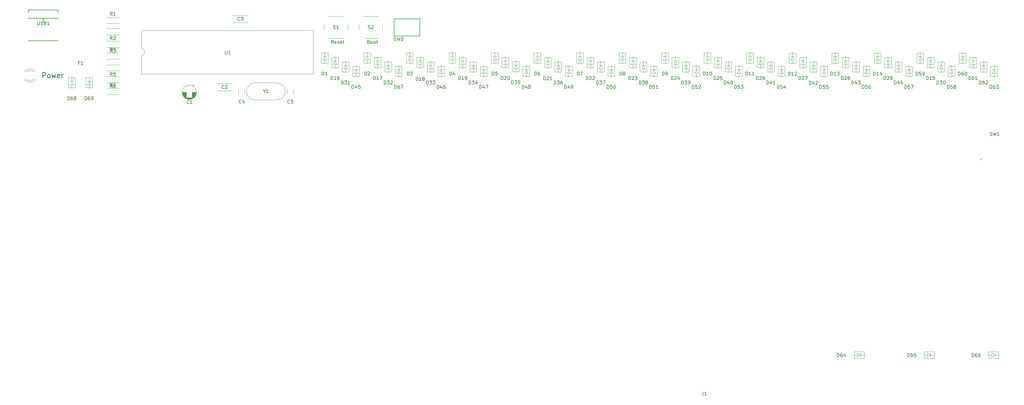
<source format=gbr>
G04 #@! TF.GenerationSoftware,KiCad,Pcbnew,(5.1.7)-1*
G04 #@! TF.CreationDate,2020-12-23T20:22:58-05:00*
G04 #@! TF.ProjectId,Ganjing 65,47616e6a-696e-4672-9036-352e6b696361,rev?*
G04 #@! TF.SameCoordinates,Original*
G04 #@! TF.FileFunction,Legend,Top*
G04 #@! TF.FilePolarity,Positive*
%FSLAX46Y46*%
G04 Gerber Fmt 4.6, Leading zero omitted, Abs format (unit mm)*
G04 Created by KiCad (PCBNEW (5.1.7)-1) date 2020-12-23 20:22:58*
%MOMM*%
%LPD*%
G01*
G04 APERTURE LIST*
%ADD10C,0.120000*%
%ADD11C,0.150000*%
%ADD12C,0.203200*%
%ADD13C,0.250000*%
G04 APERTURE END LIST*
D10*
X173750000Y-102100000D02*
X173750000Y-100600000D01*
X172500000Y-98100000D02*
X168000000Y-98100000D01*
X166750000Y-100600000D02*
X166750000Y-102100000D01*
X168000000Y-104600000D02*
X172500000Y-104600000D01*
X163450000Y-102100000D02*
X163450000Y-100600000D01*
X162200000Y-98100000D02*
X157700000Y-98100000D01*
X156450000Y-100600000D02*
X156450000Y-102100000D01*
X157700000Y-104600000D02*
X162200000Y-104600000D01*
X91920000Y-121320000D02*
X95760000Y-121320000D01*
X91920000Y-119480000D02*
X95760000Y-119480000D01*
X95780000Y-115980000D02*
X91940000Y-115980000D01*
X95780000Y-117820000D02*
X91940000Y-117820000D01*
X95780000Y-112480000D02*
X91940000Y-112480000D01*
X95780000Y-114320000D02*
X91940000Y-114320000D01*
X91920000Y-110820000D02*
X95760000Y-110820000D01*
X91920000Y-108980000D02*
X95760000Y-108980000D01*
X95780000Y-105480000D02*
X91940000Y-105480000D01*
X95780000Y-107320000D02*
X91940000Y-107320000D01*
X95780000Y-101780000D02*
X91940000Y-101780000D01*
X95780000Y-103620000D02*
X91940000Y-103620000D01*
X91920000Y-100220000D02*
X95760000Y-100220000D01*
X91920000Y-98380000D02*
X95760000Y-98380000D01*
D11*
X73250000Y-98750000D02*
X73250000Y-100020000D01*
X77725000Y-96240000D02*
X77730000Y-97000000D01*
X77725000Y-96240000D02*
X68775000Y-96240000D01*
X68770000Y-97000000D02*
X68775000Y-96240000D01*
X77725000Y-105410000D02*
X68775000Y-105410000D01*
X77875000Y-98750000D02*
X68625000Y-98750000D01*
D12*
X177190000Y-98860000D02*
X184810000Y-98860000D01*
X184810000Y-103940000D02*
X177190000Y-103940000D01*
X177190000Y-103940000D02*
X177190000Y-98860000D01*
X184810000Y-98860000D02*
X184810000Y-103940000D01*
D10*
X142400000Y-117875000D02*
X136000000Y-117875000D01*
X142400000Y-122925000D02*
X136000000Y-122925000D01*
X142400000Y-117875000D02*
G75*
G02*
X142400000Y-122925000I0J-2525000D01*
G01*
X136000000Y-117875000D02*
G75*
G03*
X136000000Y-122925000I0J-2525000D01*
G01*
X156070000Y-110010000D02*
X157150000Y-110010000D01*
X156070000Y-111060000D02*
X157150000Y-111060000D01*
X156600000Y-110120000D02*
X156070000Y-111030000D01*
X156610000Y-110110000D02*
X157150000Y-111060000D01*
X155600000Y-108980000D02*
X157600000Y-108980000D01*
X156610000Y-108720000D02*
X156610000Y-110000000D01*
X156610000Y-112180000D02*
X156610000Y-111060000D01*
X155600000Y-111970000D02*
X157590000Y-111970000D01*
X157600000Y-108980000D02*
X157590000Y-111970000D01*
X155600000Y-108990000D02*
X155600000Y-111960000D01*
X168670000Y-110010000D02*
X169750000Y-110010000D01*
X168670000Y-111060000D02*
X169750000Y-111060000D01*
X169200000Y-110120000D02*
X168670000Y-111030000D01*
X169210000Y-110110000D02*
X169750000Y-111060000D01*
X168200000Y-108980000D02*
X170200000Y-108980000D01*
X169210000Y-108720000D02*
X169210000Y-110000000D01*
X169210000Y-112180000D02*
X169210000Y-111060000D01*
X168200000Y-111970000D02*
X170190000Y-111970000D01*
X170200000Y-108980000D02*
X170190000Y-111970000D01*
X168200000Y-108990000D02*
X168200000Y-111960000D01*
X181270000Y-110010000D02*
X182350000Y-110010000D01*
X181270000Y-111060000D02*
X182350000Y-111060000D01*
X181800000Y-110120000D02*
X181270000Y-111030000D01*
X181810000Y-110110000D02*
X182350000Y-111060000D01*
X180800000Y-108980000D02*
X182800000Y-108980000D01*
X181810000Y-108720000D02*
X181810000Y-110000000D01*
X181810000Y-112180000D02*
X181810000Y-111060000D01*
X180800000Y-111970000D02*
X182790000Y-111970000D01*
X182800000Y-108980000D02*
X182790000Y-111970000D01*
X180800000Y-108990000D02*
X180800000Y-111960000D01*
X193870000Y-110010000D02*
X194950000Y-110010000D01*
X193870000Y-111060000D02*
X194950000Y-111060000D01*
X194400000Y-110120000D02*
X193870000Y-111030000D01*
X194410000Y-110110000D02*
X194950000Y-111060000D01*
X193400000Y-108980000D02*
X195400000Y-108980000D01*
X194410000Y-108720000D02*
X194410000Y-110000000D01*
X194410000Y-112180000D02*
X194410000Y-111060000D01*
X193400000Y-111970000D02*
X195390000Y-111970000D01*
X195400000Y-108980000D02*
X195390000Y-111970000D01*
X193400000Y-108990000D02*
X193400000Y-111960000D01*
X206470000Y-110010000D02*
X207550000Y-110010000D01*
X206470000Y-111060000D02*
X207550000Y-111060000D01*
X207000000Y-110120000D02*
X206470000Y-111030000D01*
X207010000Y-110110000D02*
X207550000Y-111060000D01*
X206000000Y-108980000D02*
X208000000Y-108980000D01*
X207010000Y-108720000D02*
X207010000Y-110000000D01*
X207010000Y-112180000D02*
X207010000Y-111060000D01*
X206000000Y-111970000D02*
X207990000Y-111970000D01*
X208000000Y-108980000D02*
X207990000Y-111970000D01*
X206000000Y-108990000D02*
X206000000Y-111960000D01*
X219070000Y-110010000D02*
X220150000Y-110010000D01*
X219070000Y-111060000D02*
X220150000Y-111060000D01*
X219600000Y-110120000D02*
X219070000Y-111030000D01*
X219610000Y-110110000D02*
X220150000Y-111060000D01*
X218600000Y-108980000D02*
X220600000Y-108980000D01*
X219610000Y-108720000D02*
X219610000Y-110000000D01*
X219610000Y-112180000D02*
X219610000Y-111060000D01*
X218600000Y-111970000D02*
X220590000Y-111970000D01*
X220600000Y-108980000D02*
X220590000Y-111970000D01*
X218600000Y-108990000D02*
X218600000Y-111960000D01*
X231670000Y-110010000D02*
X232750000Y-110010000D01*
X231670000Y-111060000D02*
X232750000Y-111060000D01*
X232200000Y-110120000D02*
X231670000Y-111030000D01*
X232210000Y-110110000D02*
X232750000Y-111060000D01*
X231200000Y-108980000D02*
X233200000Y-108980000D01*
X232210000Y-108720000D02*
X232210000Y-110000000D01*
X232210000Y-112180000D02*
X232210000Y-111060000D01*
X231200000Y-111970000D02*
X233190000Y-111970000D01*
X233200000Y-108980000D02*
X233190000Y-111970000D01*
X231200000Y-108990000D02*
X231200000Y-111960000D01*
X244270000Y-110010000D02*
X245350000Y-110010000D01*
X244270000Y-111060000D02*
X245350000Y-111060000D01*
X244800000Y-110120000D02*
X244270000Y-111030000D01*
X244810000Y-110110000D02*
X245350000Y-111060000D01*
X243800000Y-108980000D02*
X245800000Y-108980000D01*
X244810000Y-108720000D02*
X244810000Y-110000000D01*
X244810000Y-112180000D02*
X244810000Y-111060000D01*
X243800000Y-111970000D02*
X245790000Y-111970000D01*
X245800000Y-108980000D02*
X245790000Y-111970000D01*
X243800000Y-108990000D02*
X243800000Y-111960000D01*
X256870000Y-110010000D02*
X257950000Y-110010000D01*
X256870000Y-111060000D02*
X257950000Y-111060000D01*
X257400000Y-110120000D02*
X256870000Y-111030000D01*
X257410000Y-110110000D02*
X257950000Y-111060000D01*
X256400000Y-108980000D02*
X258400000Y-108980000D01*
X257410000Y-108720000D02*
X257410000Y-110000000D01*
X257410000Y-112180000D02*
X257410000Y-111060000D01*
X256400000Y-111970000D02*
X258390000Y-111970000D01*
X258400000Y-108980000D02*
X258390000Y-111970000D01*
X256400000Y-108990000D02*
X256400000Y-111960000D01*
X269470000Y-110010000D02*
X270550000Y-110010000D01*
X269470000Y-111060000D02*
X270550000Y-111060000D01*
X270000000Y-110120000D02*
X269470000Y-111030000D01*
X270010000Y-110110000D02*
X270550000Y-111060000D01*
X269000000Y-108980000D02*
X271000000Y-108980000D01*
X270010000Y-108720000D02*
X270010000Y-110000000D01*
X270010000Y-112180000D02*
X270010000Y-111060000D01*
X269000000Y-111970000D02*
X270990000Y-111970000D01*
X271000000Y-108980000D02*
X270990000Y-111970000D01*
X269000000Y-108990000D02*
X269000000Y-111960000D01*
X282070000Y-110010000D02*
X283150000Y-110010000D01*
X282070000Y-111060000D02*
X283150000Y-111060000D01*
X282600000Y-110120000D02*
X282070000Y-111030000D01*
X282610000Y-110110000D02*
X283150000Y-111060000D01*
X281600000Y-108980000D02*
X283600000Y-108980000D01*
X282610000Y-108720000D02*
X282610000Y-110000000D01*
X282610000Y-112180000D02*
X282610000Y-111060000D01*
X281600000Y-111970000D02*
X283590000Y-111970000D01*
X283600000Y-108980000D02*
X283590000Y-111970000D01*
X281600000Y-108990000D02*
X281600000Y-111960000D01*
X294670000Y-110060000D02*
X295750000Y-110060000D01*
X294670000Y-111110000D02*
X295750000Y-111110000D01*
X295200000Y-110170000D02*
X294670000Y-111080000D01*
X295210000Y-110160000D02*
X295750000Y-111110000D01*
X294200000Y-109030000D02*
X296200000Y-109030000D01*
X295210000Y-108770000D02*
X295210000Y-110050000D01*
X295210000Y-112230000D02*
X295210000Y-111110000D01*
X294200000Y-112020000D02*
X296190000Y-112020000D01*
X296200000Y-109030000D02*
X296190000Y-112020000D01*
X294200000Y-109040000D02*
X294200000Y-112010000D01*
X307270000Y-110060000D02*
X308350000Y-110060000D01*
X307270000Y-111110000D02*
X308350000Y-111110000D01*
X307800000Y-110170000D02*
X307270000Y-111080000D01*
X307810000Y-110160000D02*
X308350000Y-111110000D01*
X306800000Y-109030000D02*
X308800000Y-109030000D01*
X307810000Y-108770000D02*
X307810000Y-110050000D01*
X307810000Y-112230000D02*
X307810000Y-111110000D01*
X306800000Y-112020000D02*
X308790000Y-112020000D01*
X308800000Y-109030000D02*
X308790000Y-112020000D01*
X306800000Y-109040000D02*
X306800000Y-112010000D01*
X319870000Y-110060000D02*
X320950000Y-110060000D01*
X319870000Y-111110000D02*
X320950000Y-111110000D01*
X320400000Y-110170000D02*
X319870000Y-111080000D01*
X320410000Y-110160000D02*
X320950000Y-111110000D01*
X319400000Y-109030000D02*
X321400000Y-109030000D01*
X320410000Y-108770000D02*
X320410000Y-110050000D01*
X320410000Y-112230000D02*
X320410000Y-111110000D01*
X319400000Y-112020000D02*
X321390000Y-112020000D01*
X321400000Y-109030000D02*
X321390000Y-112020000D01*
X319400000Y-109040000D02*
X319400000Y-112010000D01*
X335570000Y-111360000D02*
X336650000Y-111360000D01*
X335570000Y-112410000D02*
X336650000Y-112410000D01*
X336100000Y-111470000D02*
X335570000Y-112380000D01*
X336110000Y-111460000D02*
X336650000Y-112410000D01*
X335100000Y-110330000D02*
X337100000Y-110330000D01*
X336110000Y-110070000D02*
X336110000Y-111350000D01*
X336110000Y-113530000D02*
X336110000Y-112410000D01*
X335100000Y-113320000D02*
X337090000Y-113320000D01*
X337100000Y-110330000D02*
X337090000Y-113320000D01*
X335100000Y-110340000D02*
X335100000Y-113310000D01*
X159170000Y-111360000D02*
X160250000Y-111360000D01*
X159170000Y-112410000D02*
X160250000Y-112410000D01*
X159700000Y-111470000D02*
X159170000Y-112380000D01*
X159710000Y-111460000D02*
X160250000Y-112410000D01*
X158700000Y-110330000D02*
X160700000Y-110330000D01*
X159710000Y-110070000D02*
X159710000Y-111350000D01*
X159710000Y-113530000D02*
X159710000Y-112410000D01*
X158700000Y-113320000D02*
X160690000Y-113320000D01*
X160700000Y-110330000D02*
X160690000Y-113320000D01*
X158700000Y-110340000D02*
X158700000Y-113310000D01*
X171770000Y-111360000D02*
X172850000Y-111360000D01*
X171770000Y-112410000D02*
X172850000Y-112410000D01*
X172300000Y-111470000D02*
X171770000Y-112380000D01*
X172310000Y-111460000D02*
X172850000Y-112410000D01*
X171300000Y-110330000D02*
X173300000Y-110330000D01*
X172310000Y-110070000D02*
X172310000Y-111350000D01*
X172310000Y-113530000D02*
X172310000Y-112410000D01*
X171300000Y-113320000D02*
X173290000Y-113320000D01*
X173300000Y-110330000D02*
X173290000Y-113320000D01*
X171300000Y-110340000D02*
X171300000Y-113310000D01*
X184370000Y-111360000D02*
X185450000Y-111360000D01*
X184370000Y-112410000D02*
X185450000Y-112410000D01*
X184900000Y-111470000D02*
X184370000Y-112380000D01*
X184910000Y-111460000D02*
X185450000Y-112410000D01*
X183900000Y-110330000D02*
X185900000Y-110330000D01*
X184910000Y-110070000D02*
X184910000Y-111350000D01*
X184910000Y-113530000D02*
X184910000Y-112410000D01*
X183900000Y-113320000D02*
X185890000Y-113320000D01*
X185900000Y-110330000D02*
X185890000Y-113320000D01*
X183900000Y-110340000D02*
X183900000Y-113310000D01*
X196970000Y-111360000D02*
X198050000Y-111360000D01*
X196970000Y-112410000D02*
X198050000Y-112410000D01*
X197500000Y-111470000D02*
X196970000Y-112380000D01*
X197510000Y-111460000D02*
X198050000Y-112410000D01*
X196500000Y-110330000D02*
X198500000Y-110330000D01*
X197510000Y-110070000D02*
X197510000Y-111350000D01*
X197510000Y-113530000D02*
X197510000Y-112410000D01*
X196500000Y-113320000D02*
X198490000Y-113320000D01*
X198500000Y-110330000D02*
X198490000Y-113320000D01*
X196500000Y-110340000D02*
X196500000Y-113310000D01*
X209570000Y-111360000D02*
X210650000Y-111360000D01*
X209570000Y-112410000D02*
X210650000Y-112410000D01*
X210100000Y-111470000D02*
X209570000Y-112380000D01*
X210110000Y-111460000D02*
X210650000Y-112410000D01*
X209100000Y-110330000D02*
X211100000Y-110330000D01*
X210110000Y-110070000D02*
X210110000Y-111350000D01*
X210110000Y-113530000D02*
X210110000Y-112410000D01*
X209100000Y-113320000D02*
X211090000Y-113320000D01*
X211100000Y-110330000D02*
X211090000Y-113320000D01*
X209100000Y-110340000D02*
X209100000Y-113310000D01*
X222170000Y-111390000D02*
X223250000Y-111390000D01*
X222170000Y-112440000D02*
X223250000Y-112440000D01*
X222700000Y-111500000D02*
X222170000Y-112410000D01*
X222710000Y-111490000D02*
X223250000Y-112440000D01*
X221700000Y-110360000D02*
X223700000Y-110360000D01*
X222710000Y-110100000D02*
X222710000Y-111380000D01*
X222710000Y-113560000D02*
X222710000Y-112440000D01*
X221700000Y-113350000D02*
X223690000Y-113350000D01*
X223700000Y-110360000D02*
X223690000Y-113350000D01*
X221700000Y-110370000D02*
X221700000Y-113340000D01*
X234770000Y-111360000D02*
X235850000Y-111360000D01*
X234770000Y-112410000D02*
X235850000Y-112410000D01*
X235300000Y-111470000D02*
X234770000Y-112380000D01*
X235310000Y-111460000D02*
X235850000Y-112410000D01*
X234300000Y-110330000D02*
X236300000Y-110330000D01*
X235310000Y-110070000D02*
X235310000Y-111350000D01*
X235310000Y-113530000D02*
X235310000Y-112410000D01*
X234300000Y-113320000D02*
X236290000Y-113320000D01*
X236300000Y-110330000D02*
X236290000Y-113320000D01*
X234300000Y-110340000D02*
X234300000Y-113310000D01*
X247370000Y-111360000D02*
X248450000Y-111360000D01*
X247370000Y-112410000D02*
X248450000Y-112410000D01*
X247900000Y-111470000D02*
X247370000Y-112380000D01*
X247910000Y-111460000D02*
X248450000Y-112410000D01*
X246900000Y-110330000D02*
X248900000Y-110330000D01*
X247910000Y-110070000D02*
X247910000Y-111350000D01*
X247910000Y-113530000D02*
X247910000Y-112410000D01*
X246900000Y-113320000D02*
X248890000Y-113320000D01*
X248900000Y-110330000D02*
X248890000Y-113320000D01*
X246900000Y-110340000D02*
X246900000Y-113310000D01*
X259970000Y-111360000D02*
X261050000Y-111360000D01*
X259970000Y-112410000D02*
X261050000Y-112410000D01*
X260500000Y-111470000D02*
X259970000Y-112380000D01*
X260510000Y-111460000D02*
X261050000Y-112410000D01*
X259500000Y-110330000D02*
X261500000Y-110330000D01*
X260510000Y-110070000D02*
X260510000Y-111350000D01*
X260510000Y-113530000D02*
X260510000Y-112410000D01*
X259500000Y-113320000D02*
X261490000Y-113320000D01*
X261500000Y-110330000D02*
X261490000Y-113320000D01*
X259500000Y-110340000D02*
X259500000Y-113310000D01*
X272570000Y-111360000D02*
X273650000Y-111360000D01*
X272570000Y-112410000D02*
X273650000Y-112410000D01*
X273100000Y-111470000D02*
X272570000Y-112380000D01*
X273110000Y-111460000D02*
X273650000Y-112410000D01*
X272100000Y-110330000D02*
X274100000Y-110330000D01*
X273110000Y-110070000D02*
X273110000Y-111350000D01*
X273110000Y-113530000D02*
X273110000Y-112410000D01*
X272100000Y-113320000D02*
X274090000Y-113320000D01*
X274100000Y-110330000D02*
X274090000Y-113320000D01*
X272100000Y-110340000D02*
X272100000Y-113310000D01*
X285170000Y-111360000D02*
X286250000Y-111360000D01*
X285170000Y-112410000D02*
X286250000Y-112410000D01*
X285700000Y-111470000D02*
X285170000Y-112380000D01*
X285710000Y-111460000D02*
X286250000Y-112410000D01*
X284700000Y-110330000D02*
X286700000Y-110330000D01*
X285710000Y-110070000D02*
X285710000Y-111350000D01*
X285710000Y-113530000D02*
X285710000Y-112410000D01*
X284700000Y-113320000D02*
X286690000Y-113320000D01*
X286700000Y-110330000D02*
X286690000Y-113320000D01*
X284700000Y-110340000D02*
X284700000Y-113310000D01*
X297770000Y-111360000D02*
X298850000Y-111360000D01*
X297770000Y-112410000D02*
X298850000Y-112410000D01*
X298300000Y-111470000D02*
X297770000Y-112380000D01*
X298310000Y-111460000D02*
X298850000Y-112410000D01*
X297300000Y-110330000D02*
X299300000Y-110330000D01*
X298310000Y-110070000D02*
X298310000Y-111350000D01*
X298310000Y-113530000D02*
X298310000Y-112410000D01*
X297300000Y-113320000D02*
X299290000Y-113320000D01*
X299300000Y-110330000D02*
X299290000Y-113320000D01*
X297300000Y-110340000D02*
X297300000Y-113310000D01*
X310370000Y-111360000D02*
X311450000Y-111360000D01*
X310370000Y-112410000D02*
X311450000Y-112410000D01*
X310900000Y-111470000D02*
X310370000Y-112380000D01*
X310910000Y-111460000D02*
X311450000Y-112410000D01*
X309900000Y-110330000D02*
X311900000Y-110330000D01*
X310910000Y-110070000D02*
X310910000Y-111350000D01*
X310910000Y-113530000D02*
X310910000Y-112410000D01*
X309900000Y-113320000D02*
X311890000Y-113320000D01*
X311900000Y-110330000D02*
X311890000Y-113320000D01*
X309900000Y-110340000D02*
X309900000Y-113310000D01*
X322970000Y-111360000D02*
X324050000Y-111360000D01*
X322970000Y-112410000D02*
X324050000Y-112410000D01*
X323500000Y-111470000D02*
X322970000Y-112380000D01*
X323510000Y-111460000D02*
X324050000Y-112410000D01*
X322500000Y-110330000D02*
X324500000Y-110330000D01*
X323510000Y-110070000D02*
X323510000Y-111350000D01*
X323510000Y-113530000D02*
X323510000Y-112410000D01*
X322500000Y-113320000D02*
X324490000Y-113320000D01*
X324500000Y-110330000D02*
X324490000Y-113320000D01*
X322500000Y-110340000D02*
X322500000Y-113310000D01*
X338670000Y-112660000D02*
X339750000Y-112660000D01*
X338670000Y-113710000D02*
X339750000Y-113710000D01*
X339200000Y-112770000D02*
X338670000Y-113680000D01*
X339210000Y-112760000D02*
X339750000Y-113710000D01*
X338200000Y-111630000D02*
X340200000Y-111630000D01*
X339210000Y-111370000D02*
X339210000Y-112650000D01*
X339210000Y-114830000D02*
X339210000Y-113710000D01*
X338200000Y-114620000D02*
X340190000Y-114620000D01*
X340200000Y-111630000D02*
X340190000Y-114620000D01*
X338200000Y-111640000D02*
X338200000Y-114610000D01*
X162270000Y-112660000D02*
X163350000Y-112660000D01*
X162270000Y-113710000D02*
X163350000Y-113710000D01*
X162800000Y-112770000D02*
X162270000Y-113680000D01*
X162810000Y-112760000D02*
X163350000Y-113710000D01*
X161800000Y-111630000D02*
X163800000Y-111630000D01*
X162810000Y-111370000D02*
X162810000Y-112650000D01*
X162810000Y-114830000D02*
X162810000Y-113710000D01*
X161800000Y-114620000D02*
X163790000Y-114620000D01*
X163800000Y-111630000D02*
X163790000Y-114620000D01*
X161800000Y-111640000D02*
X161800000Y-114610000D01*
X174870000Y-112660000D02*
X175950000Y-112660000D01*
X174870000Y-113710000D02*
X175950000Y-113710000D01*
X175400000Y-112770000D02*
X174870000Y-113680000D01*
X175410000Y-112760000D02*
X175950000Y-113710000D01*
X174400000Y-111630000D02*
X176400000Y-111630000D01*
X175410000Y-111370000D02*
X175410000Y-112650000D01*
X175410000Y-114830000D02*
X175410000Y-113710000D01*
X174400000Y-114620000D02*
X176390000Y-114620000D01*
X176400000Y-111630000D02*
X176390000Y-114620000D01*
X174400000Y-111640000D02*
X174400000Y-114610000D01*
X187470000Y-112660000D02*
X188550000Y-112660000D01*
X187470000Y-113710000D02*
X188550000Y-113710000D01*
X188000000Y-112770000D02*
X187470000Y-113680000D01*
X188010000Y-112760000D02*
X188550000Y-113710000D01*
X187000000Y-111630000D02*
X189000000Y-111630000D01*
X188010000Y-111370000D02*
X188010000Y-112650000D01*
X188010000Y-114830000D02*
X188010000Y-113710000D01*
X187000000Y-114620000D02*
X188990000Y-114620000D01*
X189000000Y-111630000D02*
X188990000Y-114620000D01*
X187000000Y-111640000D02*
X187000000Y-114610000D01*
X200070000Y-112660000D02*
X201150000Y-112660000D01*
X200070000Y-113710000D02*
X201150000Y-113710000D01*
X200600000Y-112770000D02*
X200070000Y-113680000D01*
X200610000Y-112760000D02*
X201150000Y-113710000D01*
X199600000Y-111630000D02*
X201600000Y-111630000D01*
X200610000Y-111370000D02*
X200610000Y-112650000D01*
X200610000Y-114830000D02*
X200610000Y-113710000D01*
X199600000Y-114620000D02*
X201590000Y-114620000D01*
X201600000Y-111630000D02*
X201590000Y-114620000D01*
X199600000Y-111640000D02*
X199600000Y-114610000D01*
X212670000Y-112560000D02*
X213750000Y-112560000D01*
X212670000Y-113610000D02*
X213750000Y-113610000D01*
X213200000Y-112670000D02*
X212670000Y-113580000D01*
X213210000Y-112660000D02*
X213750000Y-113610000D01*
X212200000Y-111530000D02*
X214200000Y-111530000D01*
X213210000Y-111270000D02*
X213210000Y-112550000D01*
X213210000Y-114730000D02*
X213210000Y-113610000D01*
X212200000Y-114520000D02*
X214190000Y-114520000D01*
X214200000Y-111530000D02*
X214190000Y-114520000D01*
X212200000Y-111540000D02*
X212200000Y-114510000D01*
X225270000Y-112660000D02*
X226350000Y-112660000D01*
X225270000Y-113710000D02*
X226350000Y-113710000D01*
X225800000Y-112770000D02*
X225270000Y-113680000D01*
X225810000Y-112760000D02*
X226350000Y-113710000D01*
X224800000Y-111630000D02*
X226800000Y-111630000D01*
X225810000Y-111370000D02*
X225810000Y-112650000D01*
X225810000Y-114830000D02*
X225810000Y-113710000D01*
X224800000Y-114620000D02*
X226790000Y-114620000D01*
X226800000Y-111630000D02*
X226790000Y-114620000D01*
X224800000Y-111640000D02*
X224800000Y-114610000D01*
X237870000Y-112660000D02*
X238950000Y-112660000D01*
X237870000Y-113710000D02*
X238950000Y-113710000D01*
X238400000Y-112770000D02*
X237870000Y-113680000D01*
X238410000Y-112760000D02*
X238950000Y-113710000D01*
X237400000Y-111630000D02*
X239400000Y-111630000D01*
X238410000Y-111370000D02*
X238410000Y-112650000D01*
X238410000Y-114830000D02*
X238410000Y-113710000D01*
X237400000Y-114620000D02*
X239390000Y-114620000D01*
X239400000Y-111630000D02*
X239390000Y-114620000D01*
X237400000Y-111640000D02*
X237400000Y-114610000D01*
X250470000Y-112660000D02*
X251550000Y-112660000D01*
X250470000Y-113710000D02*
X251550000Y-113710000D01*
X251000000Y-112770000D02*
X250470000Y-113680000D01*
X251010000Y-112760000D02*
X251550000Y-113710000D01*
X250000000Y-111630000D02*
X252000000Y-111630000D01*
X251010000Y-111370000D02*
X251010000Y-112650000D01*
X251010000Y-114830000D02*
X251010000Y-113710000D01*
X250000000Y-114620000D02*
X251990000Y-114620000D01*
X252000000Y-111630000D02*
X251990000Y-114620000D01*
X250000000Y-111640000D02*
X250000000Y-114610000D01*
X263070000Y-112660000D02*
X264150000Y-112660000D01*
X263070000Y-113710000D02*
X264150000Y-113710000D01*
X263600000Y-112770000D02*
X263070000Y-113680000D01*
X263610000Y-112760000D02*
X264150000Y-113710000D01*
X262600000Y-111630000D02*
X264600000Y-111630000D01*
X263610000Y-111370000D02*
X263610000Y-112650000D01*
X263610000Y-114830000D02*
X263610000Y-113710000D01*
X262600000Y-114620000D02*
X264590000Y-114620000D01*
X264600000Y-111630000D02*
X264590000Y-114620000D01*
X262600000Y-111640000D02*
X262600000Y-114610000D01*
X275670000Y-112660000D02*
X276750000Y-112660000D01*
X275670000Y-113710000D02*
X276750000Y-113710000D01*
X276200000Y-112770000D02*
X275670000Y-113680000D01*
X276210000Y-112760000D02*
X276750000Y-113710000D01*
X275200000Y-111630000D02*
X277200000Y-111630000D01*
X276210000Y-111370000D02*
X276210000Y-112650000D01*
X276210000Y-114830000D02*
X276210000Y-113710000D01*
X275200000Y-114620000D02*
X277190000Y-114620000D01*
X277200000Y-111630000D02*
X277190000Y-114620000D01*
X275200000Y-111640000D02*
X275200000Y-114610000D01*
X288270000Y-112660000D02*
X289350000Y-112660000D01*
X288270000Y-113710000D02*
X289350000Y-113710000D01*
X288800000Y-112770000D02*
X288270000Y-113680000D01*
X288810000Y-112760000D02*
X289350000Y-113710000D01*
X287800000Y-111630000D02*
X289800000Y-111630000D01*
X288810000Y-111370000D02*
X288810000Y-112650000D01*
X288810000Y-114830000D02*
X288810000Y-113710000D01*
X287800000Y-114620000D02*
X289790000Y-114620000D01*
X289800000Y-111630000D02*
X289790000Y-114620000D01*
X287800000Y-111640000D02*
X287800000Y-114610000D01*
X300870000Y-112660000D02*
X301950000Y-112660000D01*
X300870000Y-113710000D02*
X301950000Y-113710000D01*
X301400000Y-112770000D02*
X300870000Y-113680000D01*
X301410000Y-112760000D02*
X301950000Y-113710000D01*
X300400000Y-111630000D02*
X302400000Y-111630000D01*
X301410000Y-111370000D02*
X301410000Y-112650000D01*
X301410000Y-114830000D02*
X301410000Y-113710000D01*
X300400000Y-114620000D02*
X302390000Y-114620000D01*
X302400000Y-111630000D02*
X302390000Y-114620000D01*
X300400000Y-111640000D02*
X300400000Y-114610000D01*
X313470000Y-112660000D02*
X314550000Y-112660000D01*
X313470000Y-113710000D02*
X314550000Y-113710000D01*
X314000000Y-112770000D02*
X313470000Y-113680000D01*
X314010000Y-112760000D02*
X314550000Y-113710000D01*
X313000000Y-111630000D02*
X315000000Y-111630000D01*
X314010000Y-111370000D02*
X314010000Y-112650000D01*
X314010000Y-114830000D02*
X314010000Y-113710000D01*
X313000000Y-114620000D02*
X314990000Y-114620000D01*
X315000000Y-111630000D02*
X314990000Y-114620000D01*
X313000000Y-111640000D02*
X313000000Y-114610000D01*
X326070000Y-112660000D02*
X327150000Y-112660000D01*
X326070000Y-113710000D02*
X327150000Y-113710000D01*
X326600000Y-112770000D02*
X326070000Y-113680000D01*
X326610000Y-112760000D02*
X327150000Y-113710000D01*
X325600000Y-111630000D02*
X327600000Y-111630000D01*
X326610000Y-111370000D02*
X326610000Y-112650000D01*
X326610000Y-114830000D02*
X326610000Y-113710000D01*
X325600000Y-114620000D02*
X327590000Y-114620000D01*
X327600000Y-111630000D02*
X327590000Y-114620000D01*
X325600000Y-111640000D02*
X325600000Y-114610000D01*
X165370000Y-113960000D02*
X166450000Y-113960000D01*
X165370000Y-115010000D02*
X166450000Y-115010000D01*
X165900000Y-114070000D02*
X165370000Y-114980000D01*
X165910000Y-114060000D02*
X166450000Y-115010000D01*
X164900000Y-112930000D02*
X166900000Y-112930000D01*
X165910000Y-112670000D02*
X165910000Y-113950000D01*
X165910000Y-116130000D02*
X165910000Y-115010000D01*
X164900000Y-115920000D02*
X166890000Y-115920000D01*
X166900000Y-112930000D02*
X166890000Y-115920000D01*
X164900000Y-112940000D02*
X164900000Y-115910000D01*
X190570000Y-113990000D02*
X191650000Y-113990000D01*
X190570000Y-115040000D02*
X191650000Y-115040000D01*
X191100000Y-114100000D02*
X190570000Y-115010000D01*
X191110000Y-114090000D02*
X191650000Y-115040000D01*
X190100000Y-112960000D02*
X192100000Y-112960000D01*
X191110000Y-112700000D02*
X191110000Y-113980000D01*
X191110000Y-116160000D02*
X191110000Y-115040000D01*
X190100000Y-115950000D02*
X192090000Y-115950000D01*
X192100000Y-112960000D02*
X192090000Y-115950000D01*
X190100000Y-112970000D02*
X190100000Y-115940000D01*
X203170000Y-113960000D02*
X204250000Y-113960000D01*
X203170000Y-115010000D02*
X204250000Y-115010000D01*
X203700000Y-114070000D02*
X203170000Y-114980000D01*
X203710000Y-114060000D02*
X204250000Y-115010000D01*
X202700000Y-112930000D02*
X204700000Y-112930000D01*
X203710000Y-112670000D02*
X203710000Y-113950000D01*
X203710000Y-116130000D02*
X203710000Y-115010000D01*
X202700000Y-115920000D02*
X204690000Y-115920000D01*
X204700000Y-112930000D02*
X204690000Y-115920000D01*
X202700000Y-112940000D02*
X202700000Y-115910000D01*
X215770000Y-113960000D02*
X216850000Y-113960000D01*
X215770000Y-115010000D02*
X216850000Y-115010000D01*
X216300000Y-114070000D02*
X215770000Y-114980000D01*
X216310000Y-114060000D02*
X216850000Y-115010000D01*
X215300000Y-112930000D02*
X217300000Y-112930000D01*
X216310000Y-112670000D02*
X216310000Y-113950000D01*
X216310000Y-116130000D02*
X216310000Y-115010000D01*
X215300000Y-115920000D02*
X217290000Y-115920000D01*
X217300000Y-112930000D02*
X217290000Y-115920000D01*
X215300000Y-112940000D02*
X215300000Y-115910000D01*
X228370000Y-113960000D02*
X229450000Y-113960000D01*
X228370000Y-115010000D02*
X229450000Y-115010000D01*
X228900000Y-114070000D02*
X228370000Y-114980000D01*
X228910000Y-114060000D02*
X229450000Y-115010000D01*
X227900000Y-112930000D02*
X229900000Y-112930000D01*
X228910000Y-112670000D02*
X228910000Y-113950000D01*
X228910000Y-116130000D02*
X228910000Y-115010000D01*
X227900000Y-115920000D02*
X229890000Y-115920000D01*
X229900000Y-112930000D02*
X229890000Y-115920000D01*
X227900000Y-112940000D02*
X227900000Y-115910000D01*
X240970000Y-113960000D02*
X242050000Y-113960000D01*
X240970000Y-115010000D02*
X242050000Y-115010000D01*
X241500000Y-114070000D02*
X240970000Y-114980000D01*
X241510000Y-114060000D02*
X242050000Y-115010000D01*
X240500000Y-112930000D02*
X242500000Y-112930000D01*
X241510000Y-112670000D02*
X241510000Y-113950000D01*
X241510000Y-116130000D02*
X241510000Y-115010000D01*
X240500000Y-115920000D02*
X242490000Y-115920000D01*
X242500000Y-112930000D02*
X242490000Y-115920000D01*
X240500000Y-112940000D02*
X240500000Y-115910000D01*
X253570000Y-113960000D02*
X254650000Y-113960000D01*
X253570000Y-115010000D02*
X254650000Y-115010000D01*
X254100000Y-114070000D02*
X253570000Y-114980000D01*
X254110000Y-114060000D02*
X254650000Y-115010000D01*
X253100000Y-112930000D02*
X255100000Y-112930000D01*
X254110000Y-112670000D02*
X254110000Y-113950000D01*
X254110000Y-116130000D02*
X254110000Y-115010000D01*
X253100000Y-115920000D02*
X255090000Y-115920000D01*
X255100000Y-112930000D02*
X255090000Y-115920000D01*
X253100000Y-112940000D02*
X253100000Y-115910000D01*
X266170000Y-113960000D02*
X267250000Y-113960000D01*
X266170000Y-115010000D02*
X267250000Y-115010000D01*
X266700000Y-114070000D02*
X266170000Y-114980000D01*
X266710000Y-114060000D02*
X267250000Y-115010000D01*
X265700000Y-112930000D02*
X267700000Y-112930000D01*
X266710000Y-112670000D02*
X266710000Y-113950000D01*
X266710000Y-116130000D02*
X266710000Y-115010000D01*
X265700000Y-115920000D02*
X267690000Y-115920000D01*
X267700000Y-112930000D02*
X267690000Y-115920000D01*
X265700000Y-112940000D02*
X265700000Y-115910000D01*
X278770000Y-113960000D02*
X279850000Y-113960000D01*
X278770000Y-115010000D02*
X279850000Y-115010000D01*
X279300000Y-114070000D02*
X278770000Y-114980000D01*
X279310000Y-114060000D02*
X279850000Y-115010000D01*
X278300000Y-112930000D02*
X280300000Y-112930000D01*
X279310000Y-112670000D02*
X279310000Y-113950000D01*
X279310000Y-116130000D02*
X279310000Y-115010000D01*
X278300000Y-115920000D02*
X280290000Y-115920000D01*
X280300000Y-112930000D02*
X280290000Y-115920000D01*
X278300000Y-112940000D02*
X278300000Y-115910000D01*
X291370000Y-113960000D02*
X292450000Y-113960000D01*
X291370000Y-115010000D02*
X292450000Y-115010000D01*
X291900000Y-114070000D02*
X291370000Y-114980000D01*
X291910000Y-114060000D02*
X292450000Y-115010000D01*
X290900000Y-112930000D02*
X292900000Y-112930000D01*
X291910000Y-112670000D02*
X291910000Y-113950000D01*
X291910000Y-116130000D02*
X291910000Y-115010000D01*
X290900000Y-115920000D02*
X292890000Y-115920000D01*
X292900000Y-112930000D02*
X292890000Y-115920000D01*
X290900000Y-112940000D02*
X290900000Y-115910000D01*
X303970000Y-113960000D02*
X305050000Y-113960000D01*
X303970000Y-115010000D02*
X305050000Y-115010000D01*
X304500000Y-114070000D02*
X303970000Y-114980000D01*
X304510000Y-114060000D02*
X305050000Y-115010000D01*
X303500000Y-112930000D02*
X305500000Y-112930000D01*
X304510000Y-112670000D02*
X304510000Y-113950000D01*
X304510000Y-116130000D02*
X304510000Y-115010000D01*
X303500000Y-115920000D02*
X305490000Y-115920000D01*
X305500000Y-112930000D02*
X305490000Y-115920000D01*
X303500000Y-112940000D02*
X303500000Y-115910000D01*
X316570000Y-113960000D02*
X317650000Y-113960000D01*
X316570000Y-115010000D02*
X317650000Y-115010000D01*
X317100000Y-114070000D02*
X316570000Y-114980000D01*
X317110000Y-114060000D02*
X317650000Y-115010000D01*
X316100000Y-112930000D02*
X318100000Y-112930000D01*
X317110000Y-112670000D02*
X317110000Y-113950000D01*
X317110000Y-116130000D02*
X317110000Y-115010000D01*
X316100000Y-115920000D02*
X318090000Y-115920000D01*
X318100000Y-112930000D02*
X318090000Y-115920000D01*
X316100000Y-112940000D02*
X316100000Y-115910000D01*
X329170000Y-113960000D02*
X330250000Y-113960000D01*
X329170000Y-115010000D02*
X330250000Y-115010000D01*
X329700000Y-114070000D02*
X329170000Y-114980000D01*
X329710000Y-114060000D02*
X330250000Y-115010000D01*
X328700000Y-112930000D02*
X330700000Y-112930000D01*
X329710000Y-112670000D02*
X329710000Y-113950000D01*
X329710000Y-116130000D02*
X329710000Y-115010000D01*
X328700000Y-115920000D02*
X330690000Y-115920000D01*
X330700000Y-112930000D02*
X330690000Y-115920000D01*
X328700000Y-112940000D02*
X328700000Y-115910000D01*
X341770000Y-113960000D02*
X342850000Y-113960000D01*
X341770000Y-115010000D02*
X342850000Y-115010000D01*
X342300000Y-114070000D02*
X341770000Y-114980000D01*
X342310000Y-114060000D02*
X342850000Y-115010000D01*
X341300000Y-112930000D02*
X343300000Y-112930000D01*
X342310000Y-112670000D02*
X342310000Y-113950000D01*
X342310000Y-116130000D02*
X342310000Y-115010000D01*
X341300000Y-115920000D02*
X343290000Y-115920000D01*
X343300000Y-112930000D02*
X343290000Y-115920000D01*
X341300000Y-112940000D02*
X341300000Y-115910000D01*
X332470000Y-110060000D02*
X333550000Y-110060000D01*
X332470000Y-111110000D02*
X333550000Y-111110000D01*
X333000000Y-110170000D02*
X332470000Y-111080000D01*
X333010000Y-110160000D02*
X333550000Y-111110000D01*
X332000000Y-109030000D02*
X334000000Y-109030000D01*
X333010000Y-108770000D02*
X333010000Y-110050000D01*
X333010000Y-112230000D02*
X333010000Y-111110000D01*
X332000000Y-112020000D02*
X333990000Y-112020000D01*
X334000000Y-109030000D02*
X333990000Y-112020000D01*
X332000000Y-109040000D02*
X332000000Y-112010000D01*
X345070000Y-110060000D02*
X346150000Y-110060000D01*
X345070000Y-111110000D02*
X346150000Y-111110000D01*
X345600000Y-110170000D02*
X345070000Y-111080000D01*
X345610000Y-110160000D02*
X346150000Y-111110000D01*
X344600000Y-109030000D02*
X346600000Y-109030000D01*
X345610000Y-108770000D02*
X345610000Y-110050000D01*
X345610000Y-112230000D02*
X345610000Y-111110000D01*
X344600000Y-112020000D02*
X346590000Y-112020000D01*
X346600000Y-109030000D02*
X346590000Y-112020000D01*
X344600000Y-109040000D02*
X344600000Y-112010000D01*
X348170000Y-111360000D02*
X349250000Y-111360000D01*
X348170000Y-112410000D02*
X349250000Y-112410000D01*
X348700000Y-111470000D02*
X348170000Y-112380000D01*
X348710000Y-111460000D02*
X349250000Y-112410000D01*
X347700000Y-110330000D02*
X349700000Y-110330000D01*
X348710000Y-110070000D02*
X348710000Y-111350000D01*
X348710000Y-113530000D02*
X348710000Y-112410000D01*
X347700000Y-113320000D02*
X349690000Y-113320000D01*
X349700000Y-110330000D02*
X349690000Y-113320000D01*
X347700000Y-110340000D02*
X347700000Y-113310000D01*
X351270000Y-112660000D02*
X352350000Y-112660000D01*
X351270000Y-113710000D02*
X352350000Y-113710000D01*
X351800000Y-112770000D02*
X351270000Y-113680000D01*
X351810000Y-112760000D02*
X352350000Y-113710000D01*
X350800000Y-111630000D02*
X352800000Y-111630000D01*
X351810000Y-111370000D02*
X351810000Y-112650000D01*
X351810000Y-114830000D02*
X351810000Y-113710000D01*
X350800000Y-114620000D02*
X352790000Y-114620000D01*
X352800000Y-111630000D02*
X352790000Y-114620000D01*
X350800000Y-111640000D02*
X350800000Y-114610000D01*
X354370000Y-113960000D02*
X355450000Y-113960000D01*
X354370000Y-115010000D02*
X355450000Y-115010000D01*
X354900000Y-114070000D02*
X354370000Y-114980000D01*
X354910000Y-114060000D02*
X355450000Y-115010000D01*
X353900000Y-112930000D02*
X355900000Y-112930000D01*
X354910000Y-112670000D02*
X354910000Y-113950000D01*
X354910000Y-116130000D02*
X354910000Y-115010000D01*
X353900000Y-115920000D02*
X355890000Y-115920000D01*
X355900000Y-112930000D02*
X355890000Y-115920000D01*
X353900000Y-112940000D02*
X353900000Y-115910000D01*
X315440000Y-198070000D02*
X315440000Y-199150000D01*
X314390000Y-198070000D02*
X314390000Y-199150000D01*
X315330000Y-198600000D02*
X314420000Y-198070000D01*
X315340000Y-198610000D02*
X314390000Y-199150000D01*
X316470000Y-197600000D02*
X316470000Y-199600000D01*
X316730000Y-198610000D02*
X315450000Y-198610000D01*
X313270000Y-198610000D02*
X314390000Y-198610000D01*
X313480000Y-197600000D02*
X313480000Y-199590000D01*
X316470000Y-199600000D02*
X313480000Y-199590000D01*
X316460000Y-197600000D02*
X313490000Y-197600000D01*
X336140000Y-198070000D02*
X336140000Y-199150000D01*
X335090000Y-198070000D02*
X335090000Y-199150000D01*
X336030000Y-198600000D02*
X335120000Y-198070000D01*
X336040000Y-198610000D02*
X335090000Y-199150000D01*
X337170000Y-197600000D02*
X337170000Y-199600000D01*
X337430000Y-198610000D02*
X336150000Y-198610000D01*
X333970000Y-198610000D02*
X335090000Y-198610000D01*
X334180000Y-197600000D02*
X334180000Y-199590000D01*
X337170000Y-199600000D02*
X334180000Y-199590000D01*
X337160000Y-197600000D02*
X334190000Y-197600000D01*
X355240000Y-198070000D02*
X355240000Y-199150000D01*
X354190000Y-198070000D02*
X354190000Y-199150000D01*
X355130000Y-198600000D02*
X354220000Y-198070000D01*
X355140000Y-198610000D02*
X354190000Y-199150000D01*
X356270000Y-197600000D02*
X356270000Y-199600000D01*
X356530000Y-198610000D02*
X355250000Y-198610000D01*
X353070000Y-198610000D02*
X354190000Y-198610000D01*
X353280000Y-197600000D02*
X353280000Y-199590000D01*
X356270000Y-199600000D02*
X353280000Y-199590000D01*
X356260000Y-197600000D02*
X353290000Y-197600000D01*
X177970000Y-113960000D02*
X179050000Y-113960000D01*
X177970000Y-115010000D02*
X179050000Y-115010000D01*
X178500000Y-114070000D02*
X177970000Y-114980000D01*
X178510000Y-114060000D02*
X179050000Y-115010000D01*
X177500000Y-112930000D02*
X179500000Y-112930000D01*
X178510000Y-112670000D02*
X178510000Y-113950000D01*
X178510000Y-116130000D02*
X178510000Y-115010000D01*
X177500000Y-115920000D02*
X179490000Y-115920000D01*
X179500000Y-112930000D02*
X179490000Y-115920000D01*
X177500000Y-112940000D02*
X177500000Y-115910000D01*
X86270000Y-117360000D02*
X87350000Y-117360000D01*
X86270000Y-118410000D02*
X87350000Y-118410000D01*
X86800000Y-117470000D02*
X86270000Y-118380000D01*
X86810000Y-117460000D02*
X87350000Y-118410000D01*
X85800000Y-116330000D02*
X87800000Y-116330000D01*
X86810000Y-116070000D02*
X86810000Y-117350000D01*
X86810000Y-119530000D02*
X86810000Y-118410000D01*
X85800000Y-119320000D02*
X87790000Y-119320000D01*
X87800000Y-116330000D02*
X87790000Y-119320000D01*
X85800000Y-116340000D02*
X85800000Y-119310000D01*
X81170000Y-117360000D02*
X82250000Y-117360000D01*
X81170000Y-118410000D02*
X82250000Y-118410000D01*
X81700000Y-117470000D02*
X81170000Y-118380000D01*
X81710000Y-117460000D02*
X82250000Y-118410000D01*
X80700000Y-116330000D02*
X82700000Y-116330000D01*
X81710000Y-116070000D02*
X81710000Y-117350000D01*
X81710000Y-119530000D02*
X81710000Y-118410000D01*
X80700000Y-119320000D02*
X82690000Y-119320000D01*
X82700000Y-116330000D02*
X82690000Y-119320000D01*
X80700000Y-116340000D02*
X80700000Y-119310000D01*
X351125000Y-140493750D02*
X350825000Y-140793750D01*
X350825000Y-140793750D02*
X350825000Y-140193750D01*
X350825000Y-140193750D02*
X351125000Y-140493750D01*
X102320000Y-102320000D02*
X102320000Y-107780000D01*
X153240000Y-102320000D02*
X102320000Y-102320000D01*
X153240000Y-115240000D02*
X153240000Y-102320000D01*
X102320000Y-115240000D02*
X153240000Y-115240000D01*
X102320000Y-109780000D02*
X102320000Y-115240000D01*
X102320000Y-107780000D02*
G75*
G02*
X102320000Y-109780000I0J-1000000D01*
G01*
X67710000Y-116780000D02*
X67710000Y-116936000D01*
X67710000Y-114464000D02*
X67710000Y-114620000D01*
X70311130Y-116779837D02*
G75*
G02*
X68229039Y-116780000I-1041130J1079837D01*
G01*
X70311130Y-114620163D02*
G75*
G03*
X68229039Y-114620000I-1041130J-1079837D01*
G01*
X70942335Y-116778608D02*
G75*
G02*
X67710000Y-116935516I-1672335J1078608D01*
G01*
X70942335Y-114621392D02*
G75*
G03*
X67710000Y-114464484I-1672335J-1078608D01*
G01*
X118620000Y-120650000D02*
G75*
G03*
X118620000Y-120650000I-2120000J0D01*
G01*
X115660000Y-120650000D02*
X114420000Y-120650000D01*
X118580000Y-120650000D02*
X117340000Y-120650000D01*
X115660000Y-120690000D02*
X114420000Y-120690000D01*
X118580000Y-120690000D02*
X117340000Y-120690000D01*
X115660000Y-120730000D02*
X114421000Y-120730000D01*
X118579000Y-120730000D02*
X117340000Y-120730000D01*
X118577000Y-120770000D02*
X117340000Y-120770000D01*
X115660000Y-120770000D02*
X114423000Y-120770000D01*
X118574000Y-120810000D02*
X117340000Y-120810000D01*
X115660000Y-120810000D02*
X114426000Y-120810000D01*
X118571000Y-120850000D02*
X117340000Y-120850000D01*
X115660000Y-120850000D02*
X114429000Y-120850000D01*
X118567000Y-120890000D02*
X117340000Y-120890000D01*
X115660000Y-120890000D02*
X114433000Y-120890000D01*
X118562000Y-120930000D02*
X117340000Y-120930000D01*
X115660000Y-120930000D02*
X114438000Y-120930000D01*
X118556000Y-120970000D02*
X117340000Y-120970000D01*
X115660000Y-120970000D02*
X114444000Y-120970000D01*
X118550000Y-121010000D02*
X117340000Y-121010000D01*
X115660000Y-121010000D02*
X114450000Y-121010000D01*
X118542000Y-121050000D02*
X117340000Y-121050000D01*
X115660000Y-121050000D02*
X114458000Y-121050000D01*
X118534000Y-121090000D02*
X117340000Y-121090000D01*
X115660000Y-121090000D02*
X114466000Y-121090000D01*
X118525000Y-121130000D02*
X117340000Y-121130000D01*
X115660000Y-121130000D02*
X114475000Y-121130000D01*
X118516000Y-121170000D02*
X117340000Y-121170000D01*
X115660000Y-121170000D02*
X114484000Y-121170000D01*
X118505000Y-121210000D02*
X117340000Y-121210000D01*
X115660000Y-121210000D02*
X114495000Y-121210000D01*
X118494000Y-121250000D02*
X117340000Y-121250000D01*
X115660000Y-121250000D02*
X114506000Y-121250000D01*
X118482000Y-121290000D02*
X117340000Y-121290000D01*
X115660000Y-121290000D02*
X114518000Y-121290000D01*
X118468000Y-121330000D02*
X117340000Y-121330000D01*
X115660000Y-121330000D02*
X114532000Y-121330000D01*
X118454000Y-121371000D02*
X117340000Y-121371000D01*
X115660000Y-121371000D02*
X114546000Y-121371000D01*
X118440000Y-121411000D02*
X117340000Y-121411000D01*
X115660000Y-121411000D02*
X114560000Y-121411000D01*
X118424000Y-121451000D02*
X117340000Y-121451000D01*
X115660000Y-121451000D02*
X114576000Y-121451000D01*
X118407000Y-121491000D02*
X117340000Y-121491000D01*
X115660000Y-121491000D02*
X114593000Y-121491000D01*
X118389000Y-121531000D02*
X117340000Y-121531000D01*
X115660000Y-121531000D02*
X114611000Y-121531000D01*
X118370000Y-121571000D02*
X117340000Y-121571000D01*
X115660000Y-121571000D02*
X114630000Y-121571000D01*
X118351000Y-121611000D02*
X117340000Y-121611000D01*
X115660000Y-121611000D02*
X114649000Y-121611000D01*
X118330000Y-121651000D02*
X117340000Y-121651000D01*
X115660000Y-121651000D02*
X114670000Y-121651000D01*
X118308000Y-121691000D02*
X117340000Y-121691000D01*
X115660000Y-121691000D02*
X114692000Y-121691000D01*
X118285000Y-121731000D02*
X117340000Y-121731000D01*
X115660000Y-121731000D02*
X114715000Y-121731000D01*
X118260000Y-121771000D02*
X117340000Y-121771000D01*
X115660000Y-121771000D02*
X114740000Y-121771000D01*
X118235000Y-121811000D02*
X117340000Y-121811000D01*
X115660000Y-121811000D02*
X114765000Y-121811000D01*
X118208000Y-121851000D02*
X117340000Y-121851000D01*
X115660000Y-121851000D02*
X114792000Y-121851000D01*
X118180000Y-121891000D02*
X117340000Y-121891000D01*
X115660000Y-121891000D02*
X114820000Y-121891000D01*
X118150000Y-121931000D02*
X117340000Y-121931000D01*
X115660000Y-121931000D02*
X114850000Y-121931000D01*
X118119000Y-121971000D02*
X117340000Y-121971000D01*
X115660000Y-121971000D02*
X114881000Y-121971000D01*
X118087000Y-122011000D02*
X117340000Y-122011000D01*
X115660000Y-122011000D02*
X114913000Y-122011000D01*
X118052000Y-122051000D02*
X117340000Y-122051000D01*
X115660000Y-122051000D02*
X114948000Y-122051000D01*
X118016000Y-122091000D02*
X117340000Y-122091000D01*
X115660000Y-122091000D02*
X114984000Y-122091000D01*
X117978000Y-122131000D02*
X117340000Y-122131000D01*
X115660000Y-122131000D02*
X115022000Y-122131000D01*
X117938000Y-122171000D02*
X117340000Y-122171000D01*
X115660000Y-122171000D02*
X115062000Y-122171000D01*
X117896000Y-122211000D02*
X117340000Y-122211000D01*
X115660000Y-122211000D02*
X115104000Y-122211000D01*
X117851000Y-122251000D02*
X115149000Y-122251000D01*
X117804000Y-122291000D02*
X115196000Y-122291000D01*
X117754000Y-122331000D02*
X115246000Y-122331000D01*
X117700000Y-122371000D02*
X115300000Y-122371000D01*
X117642000Y-122411000D02*
X115358000Y-122411000D01*
X117580000Y-122451000D02*
X115420000Y-122451000D01*
X117513000Y-122491000D02*
X115487000Y-122491000D01*
X117440000Y-122531000D02*
X115560000Y-122531000D01*
X117359000Y-122571000D02*
X115641000Y-122571000D01*
X117268000Y-122611000D02*
X115732000Y-122611000D01*
X117164000Y-122651000D02*
X115836000Y-122651000D01*
X117037000Y-122691000D02*
X115963000Y-122691000D01*
X116870000Y-122731000D02*
X116130000Y-122731000D01*
X117695000Y-118380199D02*
X117695000Y-118780199D01*
X117895000Y-118580199D02*
X117495000Y-118580199D01*
X133920000Y-99955000D02*
X133920000Y-99970000D01*
X133920000Y-97830000D02*
X133920000Y-97845000D01*
X129380000Y-99955000D02*
X129380000Y-99970000D01*
X129380000Y-97830000D02*
X129380000Y-97845000D01*
X129380000Y-99970000D02*
X133920000Y-99970000D01*
X129380000Y-97830000D02*
X133920000Y-97830000D01*
X129270000Y-120205000D02*
X129270000Y-120220000D01*
X129270000Y-118080000D02*
X129270000Y-118095000D01*
X124730000Y-120205000D02*
X124730000Y-120220000D01*
X124730000Y-118080000D02*
X124730000Y-118095000D01*
X124730000Y-120220000D02*
X129270000Y-120220000D01*
X124730000Y-118080000D02*
X129270000Y-118080000D01*
X132920000Y-121029000D02*
X132920000Y-119771000D01*
X131080000Y-121029000D02*
X131080000Y-119771000D01*
X147320000Y-121029000D02*
X147320000Y-119771000D01*
X145480000Y-121029000D02*
X145480000Y-119771000D01*
D11*
X169510221Y-101796999D02*
X169653078Y-101844618D01*
X169891173Y-101844618D01*
X169986411Y-101796999D01*
X170034030Y-101749380D01*
X170081649Y-101654142D01*
X170081649Y-101558904D01*
X170034030Y-101463666D01*
X169986411Y-101416047D01*
X169891173Y-101368428D01*
X169700697Y-101320809D01*
X169605459Y-101273190D01*
X169557840Y-101225571D01*
X169510221Y-101130333D01*
X169510221Y-101035095D01*
X169557840Y-100939857D01*
X169605459Y-100892238D01*
X169700697Y-100844618D01*
X169938792Y-100844618D01*
X170081649Y-100892238D01*
X170462602Y-100939857D02*
X170510221Y-100892238D01*
X170605459Y-100844618D01*
X170843554Y-100844618D01*
X170938792Y-100892238D01*
X170986411Y-100939857D01*
X171034030Y-101035095D01*
X171034030Y-101130333D01*
X170986411Y-101273190D01*
X170414983Y-101844618D01*
X171034030Y-101844618D01*
X169630952Y-105728571D02*
X169773809Y-105776190D01*
X169821428Y-105823809D01*
X169869047Y-105919047D01*
X169869047Y-106061904D01*
X169821428Y-106157142D01*
X169773809Y-106204761D01*
X169678571Y-106252380D01*
X169297619Y-106252380D01*
X169297619Y-105252380D01*
X169630952Y-105252380D01*
X169726190Y-105300000D01*
X169773809Y-105347619D01*
X169821428Y-105442857D01*
X169821428Y-105538095D01*
X169773809Y-105633333D01*
X169726190Y-105680952D01*
X169630952Y-105728571D01*
X169297619Y-105728571D01*
X170440476Y-106252380D02*
X170345238Y-106204761D01*
X170297619Y-106157142D01*
X170250000Y-106061904D01*
X170250000Y-105776190D01*
X170297619Y-105680952D01*
X170345238Y-105633333D01*
X170440476Y-105585714D01*
X170583333Y-105585714D01*
X170678571Y-105633333D01*
X170726190Y-105680952D01*
X170773809Y-105776190D01*
X170773809Y-106061904D01*
X170726190Y-106157142D01*
X170678571Y-106204761D01*
X170583333Y-106252380D01*
X170440476Y-106252380D01*
X171345238Y-106252380D02*
X171250000Y-106204761D01*
X171202380Y-106157142D01*
X171154761Y-106061904D01*
X171154761Y-105776190D01*
X171202380Y-105680952D01*
X171250000Y-105633333D01*
X171345238Y-105585714D01*
X171488095Y-105585714D01*
X171583333Y-105633333D01*
X171630952Y-105680952D01*
X171678571Y-105776190D01*
X171678571Y-106061904D01*
X171630952Y-106157142D01*
X171583333Y-106204761D01*
X171488095Y-106252380D01*
X171345238Y-106252380D01*
X171964285Y-105585714D02*
X172345238Y-105585714D01*
X172107142Y-105252380D02*
X172107142Y-106109523D01*
X172154761Y-106204761D01*
X172250000Y-106252380D01*
X172345238Y-106252380D01*
X159210221Y-101796999D02*
X159353078Y-101844618D01*
X159591173Y-101844618D01*
X159686411Y-101796999D01*
X159734030Y-101749380D01*
X159781649Y-101654142D01*
X159781649Y-101558904D01*
X159734030Y-101463666D01*
X159686411Y-101416047D01*
X159591173Y-101368428D01*
X159400697Y-101320809D01*
X159305459Y-101273190D01*
X159257840Y-101225571D01*
X159210221Y-101130333D01*
X159210221Y-101035095D01*
X159257840Y-100939857D01*
X159305459Y-100892238D01*
X159400697Y-100844618D01*
X159638792Y-100844618D01*
X159781649Y-100892238D01*
X160734030Y-101844618D02*
X160162602Y-101844618D01*
X160448316Y-101844618D02*
X160448316Y-100844618D01*
X160353078Y-100987476D01*
X160257840Y-101082714D01*
X160162602Y-101130333D01*
X159211904Y-106252380D02*
X158878571Y-105776190D01*
X158640476Y-106252380D02*
X158640476Y-105252380D01*
X159021428Y-105252380D01*
X159116666Y-105300000D01*
X159164285Y-105347619D01*
X159211904Y-105442857D01*
X159211904Y-105585714D01*
X159164285Y-105680952D01*
X159116666Y-105728571D01*
X159021428Y-105776190D01*
X158640476Y-105776190D01*
X160021428Y-106204761D02*
X159926190Y-106252380D01*
X159735714Y-106252380D01*
X159640476Y-106204761D01*
X159592857Y-106109523D01*
X159592857Y-105728571D01*
X159640476Y-105633333D01*
X159735714Y-105585714D01*
X159926190Y-105585714D01*
X160021428Y-105633333D01*
X160069047Y-105728571D01*
X160069047Y-105823809D01*
X159592857Y-105919047D01*
X160450000Y-106204761D02*
X160545238Y-106252380D01*
X160735714Y-106252380D01*
X160830952Y-106204761D01*
X160878571Y-106109523D01*
X160878571Y-106061904D01*
X160830952Y-105966666D01*
X160735714Y-105919047D01*
X160592857Y-105919047D01*
X160497619Y-105871428D01*
X160450000Y-105776190D01*
X160450000Y-105728571D01*
X160497619Y-105633333D01*
X160592857Y-105585714D01*
X160735714Y-105585714D01*
X160830952Y-105633333D01*
X161688095Y-106204761D02*
X161592857Y-106252380D01*
X161402380Y-106252380D01*
X161307142Y-106204761D01*
X161259523Y-106109523D01*
X161259523Y-105728571D01*
X161307142Y-105633333D01*
X161402380Y-105585714D01*
X161592857Y-105585714D01*
X161688095Y-105633333D01*
X161735714Y-105728571D01*
X161735714Y-105823809D01*
X161259523Y-105919047D01*
X162021428Y-105585714D02*
X162402380Y-105585714D01*
X162164285Y-105252380D02*
X162164285Y-106109523D01*
X162211904Y-106204761D01*
X162307142Y-106252380D01*
X162402380Y-106252380D01*
X93673333Y-118932380D02*
X93340000Y-118456190D01*
X93101904Y-118932380D02*
X93101904Y-117932380D01*
X93482857Y-117932380D01*
X93578095Y-117980000D01*
X93625714Y-118027619D01*
X93673333Y-118122857D01*
X93673333Y-118265714D01*
X93625714Y-118360952D01*
X93578095Y-118408571D01*
X93482857Y-118456190D01*
X93101904Y-118456190D01*
X94006666Y-117932380D02*
X94673333Y-117932380D01*
X94244761Y-118932380D01*
X93693333Y-119272380D02*
X93360000Y-118796190D01*
X93121904Y-119272380D02*
X93121904Y-118272380D01*
X93502857Y-118272380D01*
X93598095Y-118320000D01*
X93645714Y-118367619D01*
X93693333Y-118462857D01*
X93693333Y-118605714D01*
X93645714Y-118700952D01*
X93598095Y-118748571D01*
X93502857Y-118796190D01*
X93121904Y-118796190D01*
X94550476Y-118272380D02*
X94360000Y-118272380D01*
X94264761Y-118320000D01*
X94217142Y-118367619D01*
X94121904Y-118510476D01*
X94074285Y-118700952D01*
X94074285Y-119081904D01*
X94121904Y-119177142D01*
X94169523Y-119224761D01*
X94264761Y-119272380D01*
X94455238Y-119272380D01*
X94550476Y-119224761D01*
X94598095Y-119177142D01*
X94645714Y-119081904D01*
X94645714Y-118843809D01*
X94598095Y-118748571D01*
X94550476Y-118700952D01*
X94455238Y-118653333D01*
X94264761Y-118653333D01*
X94169523Y-118700952D01*
X94121904Y-118748571D01*
X94074285Y-118843809D01*
X93693333Y-115772380D02*
X93360000Y-115296190D01*
X93121904Y-115772380D02*
X93121904Y-114772380D01*
X93502857Y-114772380D01*
X93598095Y-114820000D01*
X93645714Y-114867619D01*
X93693333Y-114962857D01*
X93693333Y-115105714D01*
X93645714Y-115200952D01*
X93598095Y-115248571D01*
X93502857Y-115296190D01*
X93121904Y-115296190D01*
X94598095Y-114772380D02*
X94121904Y-114772380D01*
X94074285Y-115248571D01*
X94121904Y-115200952D01*
X94217142Y-115153333D01*
X94455238Y-115153333D01*
X94550476Y-115200952D01*
X94598095Y-115248571D01*
X94645714Y-115343809D01*
X94645714Y-115581904D01*
X94598095Y-115677142D01*
X94550476Y-115724761D01*
X94455238Y-115772380D01*
X94217142Y-115772380D01*
X94121904Y-115724761D01*
X94074285Y-115677142D01*
X93673333Y-108432380D02*
X93340000Y-107956190D01*
X93101904Y-108432380D02*
X93101904Y-107432380D01*
X93482857Y-107432380D01*
X93578095Y-107480000D01*
X93625714Y-107527619D01*
X93673333Y-107622857D01*
X93673333Y-107765714D01*
X93625714Y-107860952D01*
X93578095Y-107908571D01*
X93482857Y-107956190D01*
X93101904Y-107956190D01*
X94530476Y-107765714D02*
X94530476Y-108432380D01*
X94292380Y-107384761D02*
X94054285Y-108099047D01*
X94673333Y-108099047D01*
X93693333Y-108772380D02*
X93360000Y-108296190D01*
X93121904Y-108772380D02*
X93121904Y-107772380D01*
X93502857Y-107772380D01*
X93598095Y-107820000D01*
X93645714Y-107867619D01*
X93693333Y-107962857D01*
X93693333Y-108105714D01*
X93645714Y-108200952D01*
X93598095Y-108248571D01*
X93502857Y-108296190D01*
X93121904Y-108296190D01*
X94026666Y-107772380D02*
X94645714Y-107772380D01*
X94312380Y-108153333D01*
X94455238Y-108153333D01*
X94550476Y-108200952D01*
X94598095Y-108248571D01*
X94645714Y-108343809D01*
X94645714Y-108581904D01*
X94598095Y-108677142D01*
X94550476Y-108724761D01*
X94455238Y-108772380D01*
X94169523Y-108772380D01*
X94074285Y-108724761D01*
X94026666Y-108677142D01*
X93693333Y-105072380D02*
X93360000Y-104596190D01*
X93121904Y-105072380D02*
X93121904Y-104072380D01*
X93502857Y-104072380D01*
X93598095Y-104120000D01*
X93645714Y-104167619D01*
X93693333Y-104262857D01*
X93693333Y-104405714D01*
X93645714Y-104500952D01*
X93598095Y-104548571D01*
X93502857Y-104596190D01*
X93121904Y-104596190D01*
X94074285Y-104167619D02*
X94121904Y-104120000D01*
X94217142Y-104072380D01*
X94455238Y-104072380D01*
X94550476Y-104120000D01*
X94598095Y-104167619D01*
X94645714Y-104262857D01*
X94645714Y-104358095D01*
X94598095Y-104500952D01*
X94026666Y-105072380D01*
X94645714Y-105072380D01*
X93673333Y-97832380D02*
X93340000Y-97356190D01*
X93101904Y-97832380D02*
X93101904Y-96832380D01*
X93482857Y-96832380D01*
X93578095Y-96880000D01*
X93625714Y-96927619D01*
X93673333Y-97022857D01*
X93673333Y-97165714D01*
X93625714Y-97260952D01*
X93578095Y-97308571D01*
X93482857Y-97356190D01*
X93101904Y-97356190D01*
X94625714Y-97832380D02*
X94054285Y-97832380D01*
X94340000Y-97832380D02*
X94340000Y-96832380D01*
X94244761Y-96975238D01*
X94149523Y-97070476D01*
X94054285Y-97118095D01*
X71511904Y-99702380D02*
X71511904Y-100511904D01*
X71559523Y-100607142D01*
X71607142Y-100654761D01*
X71702380Y-100702380D01*
X71892857Y-100702380D01*
X71988095Y-100654761D01*
X72035714Y-100607142D01*
X72083333Y-100511904D01*
X72083333Y-99702380D01*
X72511904Y-100654761D02*
X72654761Y-100702380D01*
X72892857Y-100702380D01*
X72988095Y-100654761D01*
X73035714Y-100607142D01*
X73083333Y-100511904D01*
X73083333Y-100416666D01*
X73035714Y-100321428D01*
X72988095Y-100273809D01*
X72892857Y-100226190D01*
X72702380Y-100178571D01*
X72607142Y-100130952D01*
X72559523Y-100083333D01*
X72511904Y-99988095D01*
X72511904Y-99892857D01*
X72559523Y-99797619D01*
X72607142Y-99750000D01*
X72702380Y-99702380D01*
X72940476Y-99702380D01*
X73083333Y-99750000D01*
X73845238Y-100178571D02*
X73988095Y-100226190D01*
X74035714Y-100273809D01*
X74083333Y-100369047D01*
X74083333Y-100511904D01*
X74035714Y-100607142D01*
X73988095Y-100654761D01*
X73892857Y-100702380D01*
X73511904Y-100702380D01*
X73511904Y-99702380D01*
X73845238Y-99702380D01*
X73940476Y-99750000D01*
X73988095Y-99797619D01*
X74035714Y-99892857D01*
X74035714Y-99988095D01*
X73988095Y-100083333D01*
X73940476Y-100130952D01*
X73845238Y-100178571D01*
X73511904Y-100178571D01*
X75035714Y-100702380D02*
X74464285Y-100702380D01*
X74750000Y-100702380D02*
X74750000Y-99702380D01*
X74654761Y-99845238D01*
X74559523Y-99940476D01*
X74464285Y-99988095D01*
X177738095Y-104400000D02*
X177642857Y-104352380D01*
X177500000Y-104352380D01*
X177357142Y-104400000D01*
X177261904Y-104495238D01*
X177214285Y-104590476D01*
X177166666Y-104780952D01*
X177166666Y-104923809D01*
X177214285Y-105114285D01*
X177261904Y-105209523D01*
X177357142Y-105304761D01*
X177500000Y-105352380D01*
X177595238Y-105352380D01*
X177738095Y-105304761D01*
X177785714Y-105257142D01*
X177785714Y-104923809D01*
X177595238Y-104923809D01*
X178214285Y-105352380D02*
X178214285Y-104352380D01*
X178785714Y-105352380D01*
X178785714Y-104352380D01*
X179261904Y-105352380D02*
X179261904Y-104352380D01*
X179500000Y-104352380D01*
X179642857Y-104400000D01*
X179738095Y-104495238D01*
X179785714Y-104590476D01*
X179833333Y-104780952D01*
X179833333Y-104923809D01*
X179785714Y-105114285D01*
X179738095Y-105209523D01*
X179642857Y-105304761D01*
X179500000Y-105352380D01*
X179261904Y-105352380D01*
X268747916Y-209502380D02*
X268747916Y-210216666D01*
X268700297Y-210359523D01*
X268605059Y-210454761D01*
X268462202Y-210502380D01*
X268366964Y-210502380D01*
X269747916Y-210502380D02*
X269176488Y-210502380D01*
X269462202Y-210502380D02*
X269462202Y-209502380D01*
X269366964Y-209645238D01*
X269271726Y-209740476D01*
X269176488Y-209788095D01*
X138723809Y-120376190D02*
X138723809Y-120852380D01*
X138390476Y-119852380D02*
X138723809Y-120376190D01*
X139057142Y-119852380D01*
X139914285Y-120852380D02*
X139342857Y-120852380D01*
X139628571Y-120852380D02*
X139628571Y-119852380D01*
X139533333Y-119995238D01*
X139438095Y-120090476D01*
X139342857Y-120138095D01*
X155861904Y-115602380D02*
X155861904Y-114602380D01*
X156100000Y-114602380D01*
X156242857Y-114650000D01*
X156338095Y-114745238D01*
X156385714Y-114840476D01*
X156433333Y-115030952D01*
X156433333Y-115173809D01*
X156385714Y-115364285D01*
X156338095Y-115459523D01*
X156242857Y-115554761D01*
X156100000Y-115602380D01*
X155861904Y-115602380D01*
X157385714Y-115602380D02*
X156814285Y-115602380D01*
X157100000Y-115602380D02*
X157100000Y-114602380D01*
X157004761Y-114745238D01*
X156909523Y-114840476D01*
X156814285Y-114888095D01*
X168461904Y-115602380D02*
X168461904Y-114602380D01*
X168700000Y-114602380D01*
X168842857Y-114650000D01*
X168938095Y-114745238D01*
X168985714Y-114840476D01*
X169033333Y-115030952D01*
X169033333Y-115173809D01*
X168985714Y-115364285D01*
X168938095Y-115459523D01*
X168842857Y-115554761D01*
X168700000Y-115602380D01*
X168461904Y-115602380D01*
X169414285Y-114697619D02*
X169461904Y-114650000D01*
X169557142Y-114602380D01*
X169795238Y-114602380D01*
X169890476Y-114650000D01*
X169938095Y-114697619D01*
X169985714Y-114792857D01*
X169985714Y-114888095D01*
X169938095Y-115030952D01*
X169366666Y-115602380D01*
X169985714Y-115602380D01*
X181061904Y-115602380D02*
X181061904Y-114602380D01*
X181300000Y-114602380D01*
X181442857Y-114650000D01*
X181538095Y-114745238D01*
X181585714Y-114840476D01*
X181633333Y-115030952D01*
X181633333Y-115173809D01*
X181585714Y-115364285D01*
X181538095Y-115459523D01*
X181442857Y-115554761D01*
X181300000Y-115602380D01*
X181061904Y-115602380D01*
X181966666Y-114602380D02*
X182585714Y-114602380D01*
X182252380Y-114983333D01*
X182395238Y-114983333D01*
X182490476Y-115030952D01*
X182538095Y-115078571D01*
X182585714Y-115173809D01*
X182585714Y-115411904D01*
X182538095Y-115507142D01*
X182490476Y-115554761D01*
X182395238Y-115602380D01*
X182109523Y-115602380D01*
X182014285Y-115554761D01*
X181966666Y-115507142D01*
X193661904Y-115602380D02*
X193661904Y-114602380D01*
X193900000Y-114602380D01*
X194042857Y-114650000D01*
X194138095Y-114745238D01*
X194185714Y-114840476D01*
X194233333Y-115030952D01*
X194233333Y-115173809D01*
X194185714Y-115364285D01*
X194138095Y-115459523D01*
X194042857Y-115554761D01*
X193900000Y-115602380D01*
X193661904Y-115602380D01*
X195090476Y-114935714D02*
X195090476Y-115602380D01*
X194852380Y-114554761D02*
X194614285Y-115269047D01*
X195233333Y-115269047D01*
X206261904Y-115602380D02*
X206261904Y-114602380D01*
X206500000Y-114602380D01*
X206642857Y-114650000D01*
X206738095Y-114745238D01*
X206785714Y-114840476D01*
X206833333Y-115030952D01*
X206833333Y-115173809D01*
X206785714Y-115364285D01*
X206738095Y-115459523D01*
X206642857Y-115554761D01*
X206500000Y-115602380D01*
X206261904Y-115602380D01*
X207738095Y-114602380D02*
X207261904Y-114602380D01*
X207214285Y-115078571D01*
X207261904Y-115030952D01*
X207357142Y-114983333D01*
X207595238Y-114983333D01*
X207690476Y-115030952D01*
X207738095Y-115078571D01*
X207785714Y-115173809D01*
X207785714Y-115411904D01*
X207738095Y-115507142D01*
X207690476Y-115554761D01*
X207595238Y-115602380D01*
X207357142Y-115602380D01*
X207261904Y-115554761D01*
X207214285Y-115507142D01*
X218861904Y-115602380D02*
X218861904Y-114602380D01*
X219100000Y-114602380D01*
X219242857Y-114650000D01*
X219338095Y-114745238D01*
X219385714Y-114840476D01*
X219433333Y-115030952D01*
X219433333Y-115173809D01*
X219385714Y-115364285D01*
X219338095Y-115459523D01*
X219242857Y-115554761D01*
X219100000Y-115602380D01*
X218861904Y-115602380D01*
X220290476Y-114602380D02*
X220100000Y-114602380D01*
X220004761Y-114650000D01*
X219957142Y-114697619D01*
X219861904Y-114840476D01*
X219814285Y-115030952D01*
X219814285Y-115411904D01*
X219861904Y-115507142D01*
X219909523Y-115554761D01*
X220004761Y-115602380D01*
X220195238Y-115602380D01*
X220290476Y-115554761D01*
X220338095Y-115507142D01*
X220385714Y-115411904D01*
X220385714Y-115173809D01*
X220338095Y-115078571D01*
X220290476Y-115030952D01*
X220195238Y-114983333D01*
X220004761Y-114983333D01*
X219909523Y-115030952D01*
X219861904Y-115078571D01*
X219814285Y-115173809D01*
X231461904Y-115602380D02*
X231461904Y-114602380D01*
X231700000Y-114602380D01*
X231842857Y-114650000D01*
X231938095Y-114745238D01*
X231985714Y-114840476D01*
X232033333Y-115030952D01*
X232033333Y-115173809D01*
X231985714Y-115364285D01*
X231938095Y-115459523D01*
X231842857Y-115554761D01*
X231700000Y-115602380D01*
X231461904Y-115602380D01*
X232366666Y-114602380D02*
X233033333Y-114602380D01*
X232604761Y-115602380D01*
X244061904Y-115602380D02*
X244061904Y-114602380D01*
X244300000Y-114602380D01*
X244442857Y-114650000D01*
X244538095Y-114745238D01*
X244585714Y-114840476D01*
X244633333Y-115030952D01*
X244633333Y-115173809D01*
X244585714Y-115364285D01*
X244538095Y-115459523D01*
X244442857Y-115554761D01*
X244300000Y-115602380D01*
X244061904Y-115602380D01*
X245204761Y-115030952D02*
X245109523Y-114983333D01*
X245061904Y-114935714D01*
X245014285Y-114840476D01*
X245014285Y-114792857D01*
X245061904Y-114697619D01*
X245109523Y-114650000D01*
X245204761Y-114602380D01*
X245395238Y-114602380D01*
X245490476Y-114650000D01*
X245538095Y-114697619D01*
X245585714Y-114792857D01*
X245585714Y-114840476D01*
X245538095Y-114935714D01*
X245490476Y-114983333D01*
X245395238Y-115030952D01*
X245204761Y-115030952D01*
X245109523Y-115078571D01*
X245061904Y-115126190D01*
X245014285Y-115221428D01*
X245014285Y-115411904D01*
X245061904Y-115507142D01*
X245109523Y-115554761D01*
X245204761Y-115602380D01*
X245395238Y-115602380D01*
X245490476Y-115554761D01*
X245538095Y-115507142D01*
X245585714Y-115411904D01*
X245585714Y-115221428D01*
X245538095Y-115126190D01*
X245490476Y-115078571D01*
X245395238Y-115030952D01*
X256661904Y-115602380D02*
X256661904Y-114602380D01*
X256900000Y-114602380D01*
X257042857Y-114650000D01*
X257138095Y-114745238D01*
X257185714Y-114840476D01*
X257233333Y-115030952D01*
X257233333Y-115173809D01*
X257185714Y-115364285D01*
X257138095Y-115459523D01*
X257042857Y-115554761D01*
X256900000Y-115602380D01*
X256661904Y-115602380D01*
X257709523Y-115602380D02*
X257900000Y-115602380D01*
X257995238Y-115554761D01*
X258042857Y-115507142D01*
X258138095Y-115364285D01*
X258185714Y-115173809D01*
X258185714Y-114792857D01*
X258138095Y-114697619D01*
X258090476Y-114650000D01*
X257995238Y-114602380D01*
X257804761Y-114602380D01*
X257709523Y-114650000D01*
X257661904Y-114697619D01*
X257614285Y-114792857D01*
X257614285Y-115030952D01*
X257661904Y-115126190D01*
X257709523Y-115173809D01*
X257804761Y-115221428D01*
X257995238Y-115221428D01*
X258090476Y-115173809D01*
X258138095Y-115126190D01*
X258185714Y-115030952D01*
X268785714Y-115602380D02*
X268785714Y-114602380D01*
X269023809Y-114602380D01*
X269166666Y-114650000D01*
X269261904Y-114745238D01*
X269309523Y-114840476D01*
X269357142Y-115030952D01*
X269357142Y-115173809D01*
X269309523Y-115364285D01*
X269261904Y-115459523D01*
X269166666Y-115554761D01*
X269023809Y-115602380D01*
X268785714Y-115602380D01*
X270309523Y-115602380D02*
X269738095Y-115602380D01*
X270023809Y-115602380D02*
X270023809Y-114602380D01*
X269928571Y-114745238D01*
X269833333Y-114840476D01*
X269738095Y-114888095D01*
X270928571Y-114602380D02*
X271023809Y-114602380D01*
X271119047Y-114650000D01*
X271166666Y-114697619D01*
X271214285Y-114792857D01*
X271261904Y-114983333D01*
X271261904Y-115221428D01*
X271214285Y-115411904D01*
X271166666Y-115507142D01*
X271119047Y-115554761D01*
X271023809Y-115602380D01*
X270928571Y-115602380D01*
X270833333Y-115554761D01*
X270785714Y-115507142D01*
X270738095Y-115411904D01*
X270690476Y-115221428D01*
X270690476Y-114983333D01*
X270738095Y-114792857D01*
X270785714Y-114697619D01*
X270833333Y-114650000D01*
X270928571Y-114602380D01*
X281385714Y-115602380D02*
X281385714Y-114602380D01*
X281623809Y-114602380D01*
X281766666Y-114650000D01*
X281861904Y-114745238D01*
X281909523Y-114840476D01*
X281957142Y-115030952D01*
X281957142Y-115173809D01*
X281909523Y-115364285D01*
X281861904Y-115459523D01*
X281766666Y-115554761D01*
X281623809Y-115602380D01*
X281385714Y-115602380D01*
X282909523Y-115602380D02*
X282338095Y-115602380D01*
X282623809Y-115602380D02*
X282623809Y-114602380D01*
X282528571Y-114745238D01*
X282433333Y-114840476D01*
X282338095Y-114888095D01*
X283861904Y-115602380D02*
X283290476Y-115602380D01*
X283576190Y-115602380D02*
X283576190Y-114602380D01*
X283480952Y-114745238D01*
X283385714Y-114840476D01*
X283290476Y-114888095D01*
X293985714Y-115652380D02*
X293985714Y-114652380D01*
X294223809Y-114652380D01*
X294366666Y-114700000D01*
X294461904Y-114795238D01*
X294509523Y-114890476D01*
X294557142Y-115080952D01*
X294557142Y-115223809D01*
X294509523Y-115414285D01*
X294461904Y-115509523D01*
X294366666Y-115604761D01*
X294223809Y-115652380D01*
X293985714Y-115652380D01*
X295509523Y-115652380D02*
X294938095Y-115652380D01*
X295223809Y-115652380D02*
X295223809Y-114652380D01*
X295128571Y-114795238D01*
X295033333Y-114890476D01*
X294938095Y-114938095D01*
X295890476Y-114747619D02*
X295938095Y-114700000D01*
X296033333Y-114652380D01*
X296271428Y-114652380D01*
X296366666Y-114700000D01*
X296414285Y-114747619D01*
X296461904Y-114842857D01*
X296461904Y-114938095D01*
X296414285Y-115080952D01*
X295842857Y-115652380D01*
X296461904Y-115652380D01*
X306585714Y-115652380D02*
X306585714Y-114652380D01*
X306823809Y-114652380D01*
X306966666Y-114700000D01*
X307061904Y-114795238D01*
X307109523Y-114890476D01*
X307157142Y-115080952D01*
X307157142Y-115223809D01*
X307109523Y-115414285D01*
X307061904Y-115509523D01*
X306966666Y-115604761D01*
X306823809Y-115652380D01*
X306585714Y-115652380D01*
X308109523Y-115652380D02*
X307538095Y-115652380D01*
X307823809Y-115652380D02*
X307823809Y-114652380D01*
X307728571Y-114795238D01*
X307633333Y-114890476D01*
X307538095Y-114938095D01*
X308442857Y-114652380D02*
X309061904Y-114652380D01*
X308728571Y-115033333D01*
X308871428Y-115033333D01*
X308966666Y-115080952D01*
X309014285Y-115128571D01*
X309061904Y-115223809D01*
X309061904Y-115461904D01*
X309014285Y-115557142D01*
X308966666Y-115604761D01*
X308871428Y-115652380D01*
X308585714Y-115652380D01*
X308490476Y-115604761D01*
X308442857Y-115557142D01*
X319185714Y-115652380D02*
X319185714Y-114652380D01*
X319423809Y-114652380D01*
X319566666Y-114700000D01*
X319661904Y-114795238D01*
X319709523Y-114890476D01*
X319757142Y-115080952D01*
X319757142Y-115223809D01*
X319709523Y-115414285D01*
X319661904Y-115509523D01*
X319566666Y-115604761D01*
X319423809Y-115652380D01*
X319185714Y-115652380D01*
X320709523Y-115652380D02*
X320138095Y-115652380D01*
X320423809Y-115652380D02*
X320423809Y-114652380D01*
X320328571Y-114795238D01*
X320233333Y-114890476D01*
X320138095Y-114938095D01*
X321566666Y-114985714D02*
X321566666Y-115652380D01*
X321328571Y-114604761D02*
X321090476Y-115319047D01*
X321709523Y-115319047D01*
X334885714Y-116952380D02*
X334885714Y-115952380D01*
X335123809Y-115952380D01*
X335266666Y-116000000D01*
X335361904Y-116095238D01*
X335409523Y-116190476D01*
X335457142Y-116380952D01*
X335457142Y-116523809D01*
X335409523Y-116714285D01*
X335361904Y-116809523D01*
X335266666Y-116904761D01*
X335123809Y-116952380D01*
X334885714Y-116952380D01*
X336409523Y-116952380D02*
X335838095Y-116952380D01*
X336123809Y-116952380D02*
X336123809Y-115952380D01*
X336028571Y-116095238D01*
X335933333Y-116190476D01*
X335838095Y-116238095D01*
X337314285Y-115952380D02*
X336838095Y-115952380D01*
X336790476Y-116428571D01*
X336838095Y-116380952D01*
X336933333Y-116333333D01*
X337171428Y-116333333D01*
X337266666Y-116380952D01*
X337314285Y-116428571D01*
X337361904Y-116523809D01*
X337361904Y-116761904D01*
X337314285Y-116857142D01*
X337266666Y-116904761D01*
X337171428Y-116952380D01*
X336933333Y-116952380D01*
X336838095Y-116904761D01*
X336790476Y-116857142D01*
X158485714Y-116952380D02*
X158485714Y-115952380D01*
X158723809Y-115952380D01*
X158866666Y-116000000D01*
X158961904Y-116095238D01*
X159009523Y-116190476D01*
X159057142Y-116380952D01*
X159057142Y-116523809D01*
X159009523Y-116714285D01*
X158961904Y-116809523D01*
X158866666Y-116904761D01*
X158723809Y-116952380D01*
X158485714Y-116952380D01*
X160009523Y-116952380D02*
X159438095Y-116952380D01*
X159723809Y-116952380D02*
X159723809Y-115952380D01*
X159628571Y-116095238D01*
X159533333Y-116190476D01*
X159438095Y-116238095D01*
X160866666Y-115952380D02*
X160676190Y-115952380D01*
X160580952Y-116000000D01*
X160533333Y-116047619D01*
X160438095Y-116190476D01*
X160390476Y-116380952D01*
X160390476Y-116761904D01*
X160438095Y-116857142D01*
X160485714Y-116904761D01*
X160580952Y-116952380D01*
X160771428Y-116952380D01*
X160866666Y-116904761D01*
X160914285Y-116857142D01*
X160961904Y-116761904D01*
X160961904Y-116523809D01*
X160914285Y-116428571D01*
X160866666Y-116380952D01*
X160771428Y-116333333D01*
X160580952Y-116333333D01*
X160485714Y-116380952D01*
X160438095Y-116428571D01*
X160390476Y-116523809D01*
X171085714Y-116952380D02*
X171085714Y-115952380D01*
X171323809Y-115952380D01*
X171466666Y-116000000D01*
X171561904Y-116095238D01*
X171609523Y-116190476D01*
X171657142Y-116380952D01*
X171657142Y-116523809D01*
X171609523Y-116714285D01*
X171561904Y-116809523D01*
X171466666Y-116904761D01*
X171323809Y-116952380D01*
X171085714Y-116952380D01*
X172609523Y-116952380D02*
X172038095Y-116952380D01*
X172323809Y-116952380D02*
X172323809Y-115952380D01*
X172228571Y-116095238D01*
X172133333Y-116190476D01*
X172038095Y-116238095D01*
X172942857Y-115952380D02*
X173609523Y-115952380D01*
X173180952Y-116952380D01*
X183685714Y-117202380D02*
X183685714Y-116202380D01*
X183923809Y-116202380D01*
X184066666Y-116250000D01*
X184161904Y-116345238D01*
X184209523Y-116440476D01*
X184257142Y-116630952D01*
X184257142Y-116773809D01*
X184209523Y-116964285D01*
X184161904Y-117059523D01*
X184066666Y-117154761D01*
X183923809Y-117202380D01*
X183685714Y-117202380D01*
X185209523Y-117202380D02*
X184638095Y-117202380D01*
X184923809Y-117202380D02*
X184923809Y-116202380D01*
X184828571Y-116345238D01*
X184733333Y-116440476D01*
X184638095Y-116488095D01*
X185780952Y-116630952D02*
X185685714Y-116583333D01*
X185638095Y-116535714D01*
X185590476Y-116440476D01*
X185590476Y-116392857D01*
X185638095Y-116297619D01*
X185685714Y-116250000D01*
X185780952Y-116202380D01*
X185971428Y-116202380D01*
X186066666Y-116250000D01*
X186114285Y-116297619D01*
X186161904Y-116392857D01*
X186161904Y-116440476D01*
X186114285Y-116535714D01*
X186066666Y-116583333D01*
X185971428Y-116630952D01*
X185780952Y-116630952D01*
X185685714Y-116678571D01*
X185638095Y-116726190D01*
X185590476Y-116821428D01*
X185590476Y-117011904D01*
X185638095Y-117107142D01*
X185685714Y-117154761D01*
X185780952Y-117202380D01*
X185971428Y-117202380D01*
X186066666Y-117154761D01*
X186114285Y-117107142D01*
X186161904Y-117011904D01*
X186161904Y-116821428D01*
X186114285Y-116726190D01*
X186066666Y-116678571D01*
X185971428Y-116630952D01*
X196285714Y-116952380D02*
X196285714Y-115952380D01*
X196523809Y-115952380D01*
X196666666Y-116000000D01*
X196761904Y-116095238D01*
X196809523Y-116190476D01*
X196857142Y-116380952D01*
X196857142Y-116523809D01*
X196809523Y-116714285D01*
X196761904Y-116809523D01*
X196666666Y-116904761D01*
X196523809Y-116952380D01*
X196285714Y-116952380D01*
X197809523Y-116952380D02*
X197238095Y-116952380D01*
X197523809Y-116952380D02*
X197523809Y-115952380D01*
X197428571Y-116095238D01*
X197333333Y-116190476D01*
X197238095Y-116238095D01*
X198285714Y-116952380D02*
X198476190Y-116952380D01*
X198571428Y-116904761D01*
X198619047Y-116857142D01*
X198714285Y-116714285D01*
X198761904Y-116523809D01*
X198761904Y-116142857D01*
X198714285Y-116047619D01*
X198666666Y-116000000D01*
X198571428Y-115952380D01*
X198380952Y-115952380D01*
X198285714Y-116000000D01*
X198238095Y-116047619D01*
X198190476Y-116142857D01*
X198190476Y-116380952D01*
X198238095Y-116476190D01*
X198285714Y-116523809D01*
X198380952Y-116571428D01*
X198571428Y-116571428D01*
X198666666Y-116523809D01*
X198714285Y-116476190D01*
X198761904Y-116380952D01*
X208885714Y-116952380D02*
X208885714Y-115952380D01*
X209123809Y-115952380D01*
X209266666Y-116000000D01*
X209361904Y-116095238D01*
X209409523Y-116190476D01*
X209457142Y-116380952D01*
X209457142Y-116523809D01*
X209409523Y-116714285D01*
X209361904Y-116809523D01*
X209266666Y-116904761D01*
X209123809Y-116952380D01*
X208885714Y-116952380D01*
X209838095Y-116047619D02*
X209885714Y-116000000D01*
X209980952Y-115952380D01*
X210219047Y-115952380D01*
X210314285Y-116000000D01*
X210361904Y-116047619D01*
X210409523Y-116142857D01*
X210409523Y-116238095D01*
X210361904Y-116380952D01*
X209790476Y-116952380D01*
X210409523Y-116952380D01*
X211028571Y-115952380D02*
X211123809Y-115952380D01*
X211219047Y-116000000D01*
X211266666Y-116047619D01*
X211314285Y-116142857D01*
X211361904Y-116333333D01*
X211361904Y-116571428D01*
X211314285Y-116761904D01*
X211266666Y-116857142D01*
X211219047Y-116904761D01*
X211123809Y-116952380D01*
X211028571Y-116952380D01*
X210933333Y-116904761D01*
X210885714Y-116857142D01*
X210838095Y-116761904D01*
X210790476Y-116571428D01*
X210790476Y-116333333D01*
X210838095Y-116142857D01*
X210885714Y-116047619D01*
X210933333Y-116000000D01*
X211028571Y-115952380D01*
X221485714Y-116982380D02*
X221485714Y-115982380D01*
X221723809Y-115982380D01*
X221866666Y-116030000D01*
X221961904Y-116125238D01*
X222009523Y-116220476D01*
X222057142Y-116410952D01*
X222057142Y-116553809D01*
X222009523Y-116744285D01*
X221961904Y-116839523D01*
X221866666Y-116934761D01*
X221723809Y-116982380D01*
X221485714Y-116982380D01*
X222438095Y-116077619D02*
X222485714Y-116030000D01*
X222580952Y-115982380D01*
X222819047Y-115982380D01*
X222914285Y-116030000D01*
X222961904Y-116077619D01*
X223009523Y-116172857D01*
X223009523Y-116268095D01*
X222961904Y-116410952D01*
X222390476Y-116982380D01*
X223009523Y-116982380D01*
X223961904Y-116982380D02*
X223390476Y-116982380D01*
X223676190Y-116982380D02*
X223676190Y-115982380D01*
X223580952Y-116125238D01*
X223485714Y-116220476D01*
X223390476Y-116268095D01*
X234085714Y-116952380D02*
X234085714Y-115952380D01*
X234323809Y-115952380D01*
X234466666Y-116000000D01*
X234561904Y-116095238D01*
X234609523Y-116190476D01*
X234657142Y-116380952D01*
X234657142Y-116523809D01*
X234609523Y-116714285D01*
X234561904Y-116809523D01*
X234466666Y-116904761D01*
X234323809Y-116952380D01*
X234085714Y-116952380D01*
X235038095Y-116047619D02*
X235085714Y-116000000D01*
X235180952Y-115952380D01*
X235419047Y-115952380D01*
X235514285Y-116000000D01*
X235561904Y-116047619D01*
X235609523Y-116142857D01*
X235609523Y-116238095D01*
X235561904Y-116380952D01*
X234990476Y-116952380D01*
X235609523Y-116952380D01*
X235990476Y-116047619D02*
X236038095Y-116000000D01*
X236133333Y-115952380D01*
X236371428Y-115952380D01*
X236466666Y-116000000D01*
X236514285Y-116047619D01*
X236561904Y-116142857D01*
X236561904Y-116238095D01*
X236514285Y-116380952D01*
X235942857Y-116952380D01*
X236561904Y-116952380D01*
X246685714Y-116952380D02*
X246685714Y-115952380D01*
X246923809Y-115952380D01*
X247066666Y-116000000D01*
X247161904Y-116095238D01*
X247209523Y-116190476D01*
X247257142Y-116380952D01*
X247257142Y-116523809D01*
X247209523Y-116714285D01*
X247161904Y-116809523D01*
X247066666Y-116904761D01*
X246923809Y-116952380D01*
X246685714Y-116952380D01*
X247638095Y-116047619D02*
X247685714Y-116000000D01*
X247780952Y-115952380D01*
X248019047Y-115952380D01*
X248114285Y-116000000D01*
X248161904Y-116047619D01*
X248209523Y-116142857D01*
X248209523Y-116238095D01*
X248161904Y-116380952D01*
X247590476Y-116952380D01*
X248209523Y-116952380D01*
X248542857Y-115952380D02*
X249161904Y-115952380D01*
X248828571Y-116333333D01*
X248971428Y-116333333D01*
X249066666Y-116380952D01*
X249114285Y-116428571D01*
X249161904Y-116523809D01*
X249161904Y-116761904D01*
X249114285Y-116857142D01*
X249066666Y-116904761D01*
X248971428Y-116952380D01*
X248685714Y-116952380D01*
X248590476Y-116904761D01*
X248542857Y-116857142D01*
X259285714Y-116952380D02*
X259285714Y-115952380D01*
X259523809Y-115952380D01*
X259666666Y-116000000D01*
X259761904Y-116095238D01*
X259809523Y-116190476D01*
X259857142Y-116380952D01*
X259857142Y-116523809D01*
X259809523Y-116714285D01*
X259761904Y-116809523D01*
X259666666Y-116904761D01*
X259523809Y-116952380D01*
X259285714Y-116952380D01*
X260238095Y-116047619D02*
X260285714Y-116000000D01*
X260380952Y-115952380D01*
X260619047Y-115952380D01*
X260714285Y-116000000D01*
X260761904Y-116047619D01*
X260809523Y-116142857D01*
X260809523Y-116238095D01*
X260761904Y-116380952D01*
X260190476Y-116952380D01*
X260809523Y-116952380D01*
X261666666Y-116285714D02*
X261666666Y-116952380D01*
X261428571Y-115904761D02*
X261190476Y-116619047D01*
X261809523Y-116619047D01*
X271885714Y-116952380D02*
X271885714Y-115952380D01*
X272123809Y-115952380D01*
X272266666Y-116000000D01*
X272361904Y-116095238D01*
X272409523Y-116190476D01*
X272457142Y-116380952D01*
X272457142Y-116523809D01*
X272409523Y-116714285D01*
X272361904Y-116809523D01*
X272266666Y-116904761D01*
X272123809Y-116952380D01*
X271885714Y-116952380D01*
X272838095Y-116047619D02*
X272885714Y-116000000D01*
X272980952Y-115952380D01*
X273219047Y-115952380D01*
X273314285Y-116000000D01*
X273361904Y-116047619D01*
X273409523Y-116142857D01*
X273409523Y-116238095D01*
X273361904Y-116380952D01*
X272790476Y-116952380D01*
X273409523Y-116952380D01*
X274314285Y-115952380D02*
X273838095Y-115952380D01*
X273790476Y-116428571D01*
X273838095Y-116380952D01*
X273933333Y-116333333D01*
X274171428Y-116333333D01*
X274266666Y-116380952D01*
X274314285Y-116428571D01*
X274361904Y-116523809D01*
X274361904Y-116761904D01*
X274314285Y-116857142D01*
X274266666Y-116904761D01*
X274171428Y-116952380D01*
X273933333Y-116952380D01*
X273838095Y-116904761D01*
X273790476Y-116857142D01*
X284485714Y-116952380D02*
X284485714Y-115952380D01*
X284723809Y-115952380D01*
X284866666Y-116000000D01*
X284961904Y-116095238D01*
X285009523Y-116190476D01*
X285057142Y-116380952D01*
X285057142Y-116523809D01*
X285009523Y-116714285D01*
X284961904Y-116809523D01*
X284866666Y-116904761D01*
X284723809Y-116952380D01*
X284485714Y-116952380D01*
X285438095Y-116047619D02*
X285485714Y-116000000D01*
X285580952Y-115952380D01*
X285819047Y-115952380D01*
X285914285Y-116000000D01*
X285961904Y-116047619D01*
X286009523Y-116142857D01*
X286009523Y-116238095D01*
X285961904Y-116380952D01*
X285390476Y-116952380D01*
X286009523Y-116952380D01*
X286866666Y-115952380D02*
X286676190Y-115952380D01*
X286580952Y-116000000D01*
X286533333Y-116047619D01*
X286438095Y-116190476D01*
X286390476Y-116380952D01*
X286390476Y-116761904D01*
X286438095Y-116857142D01*
X286485714Y-116904761D01*
X286580952Y-116952380D01*
X286771428Y-116952380D01*
X286866666Y-116904761D01*
X286914285Y-116857142D01*
X286961904Y-116761904D01*
X286961904Y-116523809D01*
X286914285Y-116428571D01*
X286866666Y-116380952D01*
X286771428Y-116333333D01*
X286580952Y-116333333D01*
X286485714Y-116380952D01*
X286438095Y-116428571D01*
X286390476Y-116523809D01*
X297085714Y-116952380D02*
X297085714Y-115952380D01*
X297323809Y-115952380D01*
X297466666Y-116000000D01*
X297561904Y-116095238D01*
X297609523Y-116190476D01*
X297657142Y-116380952D01*
X297657142Y-116523809D01*
X297609523Y-116714285D01*
X297561904Y-116809523D01*
X297466666Y-116904761D01*
X297323809Y-116952380D01*
X297085714Y-116952380D01*
X298038095Y-116047619D02*
X298085714Y-116000000D01*
X298180952Y-115952380D01*
X298419047Y-115952380D01*
X298514285Y-116000000D01*
X298561904Y-116047619D01*
X298609523Y-116142857D01*
X298609523Y-116238095D01*
X298561904Y-116380952D01*
X297990476Y-116952380D01*
X298609523Y-116952380D01*
X298942857Y-115952380D02*
X299609523Y-115952380D01*
X299180952Y-116952380D01*
X309685714Y-116952380D02*
X309685714Y-115952380D01*
X309923809Y-115952380D01*
X310066666Y-116000000D01*
X310161904Y-116095238D01*
X310209523Y-116190476D01*
X310257142Y-116380952D01*
X310257142Y-116523809D01*
X310209523Y-116714285D01*
X310161904Y-116809523D01*
X310066666Y-116904761D01*
X309923809Y-116952380D01*
X309685714Y-116952380D01*
X310638095Y-116047619D02*
X310685714Y-116000000D01*
X310780952Y-115952380D01*
X311019047Y-115952380D01*
X311114285Y-116000000D01*
X311161904Y-116047619D01*
X311209523Y-116142857D01*
X311209523Y-116238095D01*
X311161904Y-116380952D01*
X310590476Y-116952380D01*
X311209523Y-116952380D01*
X311780952Y-116380952D02*
X311685714Y-116333333D01*
X311638095Y-116285714D01*
X311590476Y-116190476D01*
X311590476Y-116142857D01*
X311638095Y-116047619D01*
X311685714Y-116000000D01*
X311780952Y-115952380D01*
X311971428Y-115952380D01*
X312066666Y-116000000D01*
X312114285Y-116047619D01*
X312161904Y-116142857D01*
X312161904Y-116190476D01*
X312114285Y-116285714D01*
X312066666Y-116333333D01*
X311971428Y-116380952D01*
X311780952Y-116380952D01*
X311685714Y-116428571D01*
X311638095Y-116476190D01*
X311590476Y-116571428D01*
X311590476Y-116761904D01*
X311638095Y-116857142D01*
X311685714Y-116904761D01*
X311780952Y-116952380D01*
X311971428Y-116952380D01*
X312066666Y-116904761D01*
X312114285Y-116857142D01*
X312161904Y-116761904D01*
X312161904Y-116571428D01*
X312114285Y-116476190D01*
X312066666Y-116428571D01*
X311971428Y-116380952D01*
X322285714Y-116952380D02*
X322285714Y-115952380D01*
X322523809Y-115952380D01*
X322666666Y-116000000D01*
X322761904Y-116095238D01*
X322809523Y-116190476D01*
X322857142Y-116380952D01*
X322857142Y-116523809D01*
X322809523Y-116714285D01*
X322761904Y-116809523D01*
X322666666Y-116904761D01*
X322523809Y-116952380D01*
X322285714Y-116952380D01*
X323238095Y-116047619D02*
X323285714Y-116000000D01*
X323380952Y-115952380D01*
X323619047Y-115952380D01*
X323714285Y-116000000D01*
X323761904Y-116047619D01*
X323809523Y-116142857D01*
X323809523Y-116238095D01*
X323761904Y-116380952D01*
X323190476Y-116952380D01*
X323809523Y-116952380D01*
X324285714Y-116952380D02*
X324476190Y-116952380D01*
X324571428Y-116904761D01*
X324619047Y-116857142D01*
X324714285Y-116714285D01*
X324761904Y-116523809D01*
X324761904Y-116142857D01*
X324714285Y-116047619D01*
X324666666Y-116000000D01*
X324571428Y-115952380D01*
X324380952Y-115952380D01*
X324285714Y-116000000D01*
X324238095Y-116047619D01*
X324190476Y-116142857D01*
X324190476Y-116380952D01*
X324238095Y-116476190D01*
X324285714Y-116523809D01*
X324380952Y-116571428D01*
X324571428Y-116571428D01*
X324666666Y-116523809D01*
X324714285Y-116476190D01*
X324761904Y-116380952D01*
X337985714Y-118252380D02*
X337985714Y-117252380D01*
X338223809Y-117252380D01*
X338366666Y-117300000D01*
X338461904Y-117395238D01*
X338509523Y-117490476D01*
X338557142Y-117680952D01*
X338557142Y-117823809D01*
X338509523Y-118014285D01*
X338461904Y-118109523D01*
X338366666Y-118204761D01*
X338223809Y-118252380D01*
X337985714Y-118252380D01*
X338890476Y-117252380D02*
X339509523Y-117252380D01*
X339176190Y-117633333D01*
X339319047Y-117633333D01*
X339414285Y-117680952D01*
X339461904Y-117728571D01*
X339509523Y-117823809D01*
X339509523Y-118061904D01*
X339461904Y-118157142D01*
X339414285Y-118204761D01*
X339319047Y-118252380D01*
X339033333Y-118252380D01*
X338938095Y-118204761D01*
X338890476Y-118157142D01*
X340128571Y-117252380D02*
X340223809Y-117252380D01*
X340319047Y-117300000D01*
X340366666Y-117347619D01*
X340414285Y-117442857D01*
X340461904Y-117633333D01*
X340461904Y-117871428D01*
X340414285Y-118061904D01*
X340366666Y-118157142D01*
X340319047Y-118204761D01*
X340223809Y-118252380D01*
X340128571Y-118252380D01*
X340033333Y-118204761D01*
X339985714Y-118157142D01*
X339938095Y-118061904D01*
X339890476Y-117871428D01*
X339890476Y-117633333D01*
X339938095Y-117442857D01*
X339985714Y-117347619D01*
X340033333Y-117300000D01*
X340128571Y-117252380D01*
X161585714Y-118252380D02*
X161585714Y-117252380D01*
X161823809Y-117252380D01*
X161966666Y-117300000D01*
X162061904Y-117395238D01*
X162109523Y-117490476D01*
X162157142Y-117680952D01*
X162157142Y-117823809D01*
X162109523Y-118014285D01*
X162061904Y-118109523D01*
X161966666Y-118204761D01*
X161823809Y-118252380D01*
X161585714Y-118252380D01*
X162490476Y-117252380D02*
X163109523Y-117252380D01*
X162776190Y-117633333D01*
X162919047Y-117633333D01*
X163014285Y-117680952D01*
X163061904Y-117728571D01*
X163109523Y-117823809D01*
X163109523Y-118061904D01*
X163061904Y-118157142D01*
X163014285Y-118204761D01*
X162919047Y-118252380D01*
X162633333Y-118252380D01*
X162538095Y-118204761D01*
X162490476Y-118157142D01*
X164061904Y-118252380D02*
X163490476Y-118252380D01*
X163776190Y-118252380D02*
X163776190Y-117252380D01*
X163680952Y-117395238D01*
X163585714Y-117490476D01*
X163490476Y-117538095D01*
X174185714Y-118252380D02*
X174185714Y-117252380D01*
X174423809Y-117252380D01*
X174566666Y-117300000D01*
X174661904Y-117395238D01*
X174709523Y-117490476D01*
X174757142Y-117680952D01*
X174757142Y-117823809D01*
X174709523Y-118014285D01*
X174661904Y-118109523D01*
X174566666Y-118204761D01*
X174423809Y-118252380D01*
X174185714Y-118252380D01*
X175090476Y-117252380D02*
X175709523Y-117252380D01*
X175376190Y-117633333D01*
X175519047Y-117633333D01*
X175614285Y-117680952D01*
X175661904Y-117728571D01*
X175709523Y-117823809D01*
X175709523Y-118061904D01*
X175661904Y-118157142D01*
X175614285Y-118204761D01*
X175519047Y-118252380D01*
X175233333Y-118252380D01*
X175138095Y-118204761D01*
X175090476Y-118157142D01*
X176090476Y-117347619D02*
X176138095Y-117300000D01*
X176233333Y-117252380D01*
X176471428Y-117252380D01*
X176566666Y-117300000D01*
X176614285Y-117347619D01*
X176661904Y-117442857D01*
X176661904Y-117538095D01*
X176614285Y-117680952D01*
X176042857Y-118252380D01*
X176661904Y-118252380D01*
X186785714Y-118252380D02*
X186785714Y-117252380D01*
X187023809Y-117252380D01*
X187166666Y-117300000D01*
X187261904Y-117395238D01*
X187309523Y-117490476D01*
X187357142Y-117680952D01*
X187357142Y-117823809D01*
X187309523Y-118014285D01*
X187261904Y-118109523D01*
X187166666Y-118204761D01*
X187023809Y-118252380D01*
X186785714Y-118252380D01*
X187690476Y-117252380D02*
X188309523Y-117252380D01*
X187976190Y-117633333D01*
X188119047Y-117633333D01*
X188214285Y-117680952D01*
X188261904Y-117728571D01*
X188309523Y-117823809D01*
X188309523Y-118061904D01*
X188261904Y-118157142D01*
X188214285Y-118204761D01*
X188119047Y-118252380D01*
X187833333Y-118252380D01*
X187738095Y-118204761D01*
X187690476Y-118157142D01*
X188642857Y-117252380D02*
X189261904Y-117252380D01*
X188928571Y-117633333D01*
X189071428Y-117633333D01*
X189166666Y-117680952D01*
X189214285Y-117728571D01*
X189261904Y-117823809D01*
X189261904Y-118061904D01*
X189214285Y-118157142D01*
X189166666Y-118204761D01*
X189071428Y-118252380D01*
X188785714Y-118252380D01*
X188690476Y-118204761D01*
X188642857Y-118157142D01*
X199385714Y-118252380D02*
X199385714Y-117252380D01*
X199623809Y-117252380D01*
X199766666Y-117300000D01*
X199861904Y-117395238D01*
X199909523Y-117490476D01*
X199957142Y-117680952D01*
X199957142Y-117823809D01*
X199909523Y-118014285D01*
X199861904Y-118109523D01*
X199766666Y-118204761D01*
X199623809Y-118252380D01*
X199385714Y-118252380D01*
X200290476Y-117252380D02*
X200909523Y-117252380D01*
X200576190Y-117633333D01*
X200719047Y-117633333D01*
X200814285Y-117680952D01*
X200861904Y-117728571D01*
X200909523Y-117823809D01*
X200909523Y-118061904D01*
X200861904Y-118157142D01*
X200814285Y-118204761D01*
X200719047Y-118252380D01*
X200433333Y-118252380D01*
X200338095Y-118204761D01*
X200290476Y-118157142D01*
X201766666Y-117585714D02*
X201766666Y-118252380D01*
X201528571Y-117204761D02*
X201290476Y-117919047D01*
X201909523Y-117919047D01*
X211985714Y-118172380D02*
X211985714Y-117172380D01*
X212223809Y-117172380D01*
X212366666Y-117220000D01*
X212461904Y-117315238D01*
X212509523Y-117410476D01*
X212557142Y-117600952D01*
X212557142Y-117743809D01*
X212509523Y-117934285D01*
X212461904Y-118029523D01*
X212366666Y-118124761D01*
X212223809Y-118172380D01*
X211985714Y-118172380D01*
X212890476Y-117172380D02*
X213509523Y-117172380D01*
X213176190Y-117553333D01*
X213319047Y-117553333D01*
X213414285Y-117600952D01*
X213461904Y-117648571D01*
X213509523Y-117743809D01*
X213509523Y-117981904D01*
X213461904Y-118077142D01*
X213414285Y-118124761D01*
X213319047Y-118172380D01*
X213033333Y-118172380D01*
X212938095Y-118124761D01*
X212890476Y-118077142D01*
X214414285Y-117172380D02*
X213938095Y-117172380D01*
X213890476Y-117648571D01*
X213938095Y-117600952D01*
X214033333Y-117553333D01*
X214271428Y-117553333D01*
X214366666Y-117600952D01*
X214414285Y-117648571D01*
X214461904Y-117743809D01*
X214461904Y-117981904D01*
X214414285Y-118077142D01*
X214366666Y-118124761D01*
X214271428Y-118172380D01*
X214033333Y-118172380D01*
X213938095Y-118124761D01*
X213890476Y-118077142D01*
X224585714Y-118252380D02*
X224585714Y-117252380D01*
X224823809Y-117252380D01*
X224966666Y-117300000D01*
X225061904Y-117395238D01*
X225109523Y-117490476D01*
X225157142Y-117680952D01*
X225157142Y-117823809D01*
X225109523Y-118014285D01*
X225061904Y-118109523D01*
X224966666Y-118204761D01*
X224823809Y-118252380D01*
X224585714Y-118252380D01*
X225490476Y-117252380D02*
X226109523Y-117252380D01*
X225776190Y-117633333D01*
X225919047Y-117633333D01*
X226014285Y-117680952D01*
X226061904Y-117728571D01*
X226109523Y-117823809D01*
X226109523Y-118061904D01*
X226061904Y-118157142D01*
X226014285Y-118204761D01*
X225919047Y-118252380D01*
X225633333Y-118252380D01*
X225538095Y-118204761D01*
X225490476Y-118157142D01*
X226966666Y-117252380D02*
X226776190Y-117252380D01*
X226680952Y-117300000D01*
X226633333Y-117347619D01*
X226538095Y-117490476D01*
X226490476Y-117680952D01*
X226490476Y-118061904D01*
X226538095Y-118157142D01*
X226585714Y-118204761D01*
X226680952Y-118252380D01*
X226871428Y-118252380D01*
X226966666Y-118204761D01*
X227014285Y-118157142D01*
X227061904Y-118061904D01*
X227061904Y-117823809D01*
X227014285Y-117728571D01*
X226966666Y-117680952D01*
X226871428Y-117633333D01*
X226680952Y-117633333D01*
X226585714Y-117680952D01*
X226538095Y-117728571D01*
X226490476Y-117823809D01*
X237185714Y-118252380D02*
X237185714Y-117252380D01*
X237423809Y-117252380D01*
X237566666Y-117300000D01*
X237661904Y-117395238D01*
X237709523Y-117490476D01*
X237757142Y-117680952D01*
X237757142Y-117823809D01*
X237709523Y-118014285D01*
X237661904Y-118109523D01*
X237566666Y-118204761D01*
X237423809Y-118252380D01*
X237185714Y-118252380D01*
X238090476Y-117252380D02*
X238709523Y-117252380D01*
X238376190Y-117633333D01*
X238519047Y-117633333D01*
X238614285Y-117680952D01*
X238661904Y-117728571D01*
X238709523Y-117823809D01*
X238709523Y-118061904D01*
X238661904Y-118157142D01*
X238614285Y-118204761D01*
X238519047Y-118252380D01*
X238233333Y-118252380D01*
X238138095Y-118204761D01*
X238090476Y-118157142D01*
X239042857Y-117252380D02*
X239709523Y-117252380D01*
X239280952Y-118252380D01*
X249785714Y-118252380D02*
X249785714Y-117252380D01*
X250023809Y-117252380D01*
X250166666Y-117300000D01*
X250261904Y-117395238D01*
X250309523Y-117490476D01*
X250357142Y-117680952D01*
X250357142Y-117823809D01*
X250309523Y-118014285D01*
X250261904Y-118109523D01*
X250166666Y-118204761D01*
X250023809Y-118252380D01*
X249785714Y-118252380D01*
X250690476Y-117252380D02*
X251309523Y-117252380D01*
X250976190Y-117633333D01*
X251119047Y-117633333D01*
X251214285Y-117680952D01*
X251261904Y-117728571D01*
X251309523Y-117823809D01*
X251309523Y-118061904D01*
X251261904Y-118157142D01*
X251214285Y-118204761D01*
X251119047Y-118252380D01*
X250833333Y-118252380D01*
X250738095Y-118204761D01*
X250690476Y-118157142D01*
X251880952Y-117680952D02*
X251785714Y-117633333D01*
X251738095Y-117585714D01*
X251690476Y-117490476D01*
X251690476Y-117442857D01*
X251738095Y-117347619D01*
X251785714Y-117300000D01*
X251880952Y-117252380D01*
X252071428Y-117252380D01*
X252166666Y-117300000D01*
X252214285Y-117347619D01*
X252261904Y-117442857D01*
X252261904Y-117490476D01*
X252214285Y-117585714D01*
X252166666Y-117633333D01*
X252071428Y-117680952D01*
X251880952Y-117680952D01*
X251785714Y-117728571D01*
X251738095Y-117776190D01*
X251690476Y-117871428D01*
X251690476Y-118061904D01*
X251738095Y-118157142D01*
X251785714Y-118204761D01*
X251880952Y-118252380D01*
X252071428Y-118252380D01*
X252166666Y-118204761D01*
X252214285Y-118157142D01*
X252261904Y-118061904D01*
X252261904Y-117871428D01*
X252214285Y-117776190D01*
X252166666Y-117728571D01*
X252071428Y-117680952D01*
X262385714Y-118252380D02*
X262385714Y-117252380D01*
X262623809Y-117252380D01*
X262766666Y-117300000D01*
X262861904Y-117395238D01*
X262909523Y-117490476D01*
X262957142Y-117680952D01*
X262957142Y-117823809D01*
X262909523Y-118014285D01*
X262861904Y-118109523D01*
X262766666Y-118204761D01*
X262623809Y-118252380D01*
X262385714Y-118252380D01*
X263290476Y-117252380D02*
X263909523Y-117252380D01*
X263576190Y-117633333D01*
X263719047Y-117633333D01*
X263814285Y-117680952D01*
X263861904Y-117728571D01*
X263909523Y-117823809D01*
X263909523Y-118061904D01*
X263861904Y-118157142D01*
X263814285Y-118204761D01*
X263719047Y-118252380D01*
X263433333Y-118252380D01*
X263338095Y-118204761D01*
X263290476Y-118157142D01*
X264385714Y-118252380D02*
X264576190Y-118252380D01*
X264671428Y-118204761D01*
X264719047Y-118157142D01*
X264814285Y-118014285D01*
X264861904Y-117823809D01*
X264861904Y-117442857D01*
X264814285Y-117347619D01*
X264766666Y-117300000D01*
X264671428Y-117252380D01*
X264480952Y-117252380D01*
X264385714Y-117300000D01*
X264338095Y-117347619D01*
X264290476Y-117442857D01*
X264290476Y-117680952D01*
X264338095Y-117776190D01*
X264385714Y-117823809D01*
X264480952Y-117871428D01*
X264671428Y-117871428D01*
X264766666Y-117823809D01*
X264814285Y-117776190D01*
X264861904Y-117680952D01*
X274985714Y-118252380D02*
X274985714Y-117252380D01*
X275223809Y-117252380D01*
X275366666Y-117300000D01*
X275461904Y-117395238D01*
X275509523Y-117490476D01*
X275557142Y-117680952D01*
X275557142Y-117823809D01*
X275509523Y-118014285D01*
X275461904Y-118109523D01*
X275366666Y-118204761D01*
X275223809Y-118252380D01*
X274985714Y-118252380D01*
X276414285Y-117585714D02*
X276414285Y-118252380D01*
X276176190Y-117204761D02*
X275938095Y-117919047D01*
X276557142Y-117919047D01*
X277128571Y-117252380D02*
X277223809Y-117252380D01*
X277319047Y-117300000D01*
X277366666Y-117347619D01*
X277414285Y-117442857D01*
X277461904Y-117633333D01*
X277461904Y-117871428D01*
X277414285Y-118061904D01*
X277366666Y-118157142D01*
X277319047Y-118204761D01*
X277223809Y-118252380D01*
X277128571Y-118252380D01*
X277033333Y-118204761D01*
X276985714Y-118157142D01*
X276938095Y-118061904D01*
X276890476Y-117871428D01*
X276890476Y-117633333D01*
X276938095Y-117442857D01*
X276985714Y-117347619D01*
X277033333Y-117300000D01*
X277128571Y-117252380D01*
X287585714Y-118252380D02*
X287585714Y-117252380D01*
X287823809Y-117252380D01*
X287966666Y-117300000D01*
X288061904Y-117395238D01*
X288109523Y-117490476D01*
X288157142Y-117680952D01*
X288157142Y-117823809D01*
X288109523Y-118014285D01*
X288061904Y-118109523D01*
X287966666Y-118204761D01*
X287823809Y-118252380D01*
X287585714Y-118252380D01*
X289014285Y-117585714D02*
X289014285Y-118252380D01*
X288776190Y-117204761D02*
X288538095Y-117919047D01*
X289157142Y-117919047D01*
X290061904Y-118252380D02*
X289490476Y-118252380D01*
X289776190Y-118252380D02*
X289776190Y-117252380D01*
X289680952Y-117395238D01*
X289585714Y-117490476D01*
X289490476Y-117538095D01*
X300185714Y-118352380D02*
X300185714Y-117352380D01*
X300423809Y-117352380D01*
X300566666Y-117400000D01*
X300661904Y-117495238D01*
X300709523Y-117590476D01*
X300757142Y-117780952D01*
X300757142Y-117923809D01*
X300709523Y-118114285D01*
X300661904Y-118209523D01*
X300566666Y-118304761D01*
X300423809Y-118352380D01*
X300185714Y-118352380D01*
X301614285Y-117685714D02*
X301614285Y-118352380D01*
X301376190Y-117304761D02*
X301138095Y-118019047D01*
X301757142Y-118019047D01*
X302090476Y-117447619D02*
X302138095Y-117400000D01*
X302233333Y-117352380D01*
X302471428Y-117352380D01*
X302566666Y-117400000D01*
X302614285Y-117447619D01*
X302661904Y-117542857D01*
X302661904Y-117638095D01*
X302614285Y-117780952D01*
X302042857Y-118352380D01*
X302661904Y-118352380D01*
X312785714Y-118252380D02*
X312785714Y-117252380D01*
X313023809Y-117252380D01*
X313166666Y-117300000D01*
X313261904Y-117395238D01*
X313309523Y-117490476D01*
X313357142Y-117680952D01*
X313357142Y-117823809D01*
X313309523Y-118014285D01*
X313261904Y-118109523D01*
X313166666Y-118204761D01*
X313023809Y-118252380D01*
X312785714Y-118252380D01*
X314214285Y-117585714D02*
X314214285Y-118252380D01*
X313976190Y-117204761D02*
X313738095Y-117919047D01*
X314357142Y-117919047D01*
X314642857Y-117252380D02*
X315261904Y-117252380D01*
X314928571Y-117633333D01*
X315071428Y-117633333D01*
X315166666Y-117680952D01*
X315214285Y-117728571D01*
X315261904Y-117823809D01*
X315261904Y-118061904D01*
X315214285Y-118157142D01*
X315166666Y-118204761D01*
X315071428Y-118252380D01*
X314785714Y-118252380D01*
X314690476Y-118204761D01*
X314642857Y-118157142D01*
X325385714Y-118252380D02*
X325385714Y-117252380D01*
X325623809Y-117252380D01*
X325766666Y-117300000D01*
X325861904Y-117395238D01*
X325909523Y-117490476D01*
X325957142Y-117680952D01*
X325957142Y-117823809D01*
X325909523Y-118014285D01*
X325861904Y-118109523D01*
X325766666Y-118204761D01*
X325623809Y-118252380D01*
X325385714Y-118252380D01*
X326814285Y-117585714D02*
X326814285Y-118252380D01*
X326576190Y-117204761D02*
X326338095Y-117919047D01*
X326957142Y-117919047D01*
X327766666Y-117585714D02*
X327766666Y-118252380D01*
X327528571Y-117204761D02*
X327290476Y-117919047D01*
X327909523Y-117919047D01*
X164685714Y-119552380D02*
X164685714Y-118552380D01*
X164923809Y-118552380D01*
X165066666Y-118600000D01*
X165161904Y-118695238D01*
X165209523Y-118790476D01*
X165257142Y-118980952D01*
X165257142Y-119123809D01*
X165209523Y-119314285D01*
X165161904Y-119409523D01*
X165066666Y-119504761D01*
X164923809Y-119552380D01*
X164685714Y-119552380D01*
X166114285Y-118885714D02*
X166114285Y-119552380D01*
X165876190Y-118504761D02*
X165638095Y-119219047D01*
X166257142Y-119219047D01*
X167114285Y-118552380D02*
X166638095Y-118552380D01*
X166590476Y-119028571D01*
X166638095Y-118980952D01*
X166733333Y-118933333D01*
X166971428Y-118933333D01*
X167066666Y-118980952D01*
X167114285Y-119028571D01*
X167161904Y-119123809D01*
X167161904Y-119361904D01*
X167114285Y-119457142D01*
X167066666Y-119504761D01*
X166971428Y-119552380D01*
X166733333Y-119552380D01*
X166638095Y-119504761D01*
X166590476Y-119457142D01*
X189885714Y-119582380D02*
X189885714Y-118582380D01*
X190123809Y-118582380D01*
X190266666Y-118630000D01*
X190361904Y-118725238D01*
X190409523Y-118820476D01*
X190457142Y-119010952D01*
X190457142Y-119153809D01*
X190409523Y-119344285D01*
X190361904Y-119439523D01*
X190266666Y-119534761D01*
X190123809Y-119582380D01*
X189885714Y-119582380D01*
X191314285Y-118915714D02*
X191314285Y-119582380D01*
X191076190Y-118534761D02*
X190838095Y-119249047D01*
X191457142Y-119249047D01*
X192266666Y-118582380D02*
X192076190Y-118582380D01*
X191980952Y-118630000D01*
X191933333Y-118677619D01*
X191838095Y-118820476D01*
X191790476Y-119010952D01*
X191790476Y-119391904D01*
X191838095Y-119487142D01*
X191885714Y-119534761D01*
X191980952Y-119582380D01*
X192171428Y-119582380D01*
X192266666Y-119534761D01*
X192314285Y-119487142D01*
X192361904Y-119391904D01*
X192361904Y-119153809D01*
X192314285Y-119058571D01*
X192266666Y-119010952D01*
X192171428Y-118963333D01*
X191980952Y-118963333D01*
X191885714Y-119010952D01*
X191838095Y-119058571D01*
X191790476Y-119153809D01*
X202485714Y-119552380D02*
X202485714Y-118552380D01*
X202723809Y-118552380D01*
X202866666Y-118600000D01*
X202961904Y-118695238D01*
X203009523Y-118790476D01*
X203057142Y-118980952D01*
X203057142Y-119123809D01*
X203009523Y-119314285D01*
X202961904Y-119409523D01*
X202866666Y-119504761D01*
X202723809Y-119552380D01*
X202485714Y-119552380D01*
X203914285Y-118885714D02*
X203914285Y-119552380D01*
X203676190Y-118504761D02*
X203438095Y-119219047D01*
X204057142Y-119219047D01*
X204342857Y-118552380D02*
X205009523Y-118552380D01*
X204580952Y-119552380D01*
X215085714Y-119552380D02*
X215085714Y-118552380D01*
X215323809Y-118552380D01*
X215466666Y-118600000D01*
X215561904Y-118695238D01*
X215609523Y-118790476D01*
X215657142Y-118980952D01*
X215657142Y-119123809D01*
X215609523Y-119314285D01*
X215561904Y-119409523D01*
X215466666Y-119504761D01*
X215323809Y-119552380D01*
X215085714Y-119552380D01*
X216514285Y-118885714D02*
X216514285Y-119552380D01*
X216276190Y-118504761D02*
X216038095Y-119219047D01*
X216657142Y-119219047D01*
X217180952Y-118980952D02*
X217085714Y-118933333D01*
X217038095Y-118885714D01*
X216990476Y-118790476D01*
X216990476Y-118742857D01*
X217038095Y-118647619D01*
X217085714Y-118600000D01*
X217180952Y-118552380D01*
X217371428Y-118552380D01*
X217466666Y-118600000D01*
X217514285Y-118647619D01*
X217561904Y-118742857D01*
X217561904Y-118790476D01*
X217514285Y-118885714D01*
X217466666Y-118933333D01*
X217371428Y-118980952D01*
X217180952Y-118980952D01*
X217085714Y-119028571D01*
X217038095Y-119076190D01*
X216990476Y-119171428D01*
X216990476Y-119361904D01*
X217038095Y-119457142D01*
X217085714Y-119504761D01*
X217180952Y-119552380D01*
X217371428Y-119552380D01*
X217466666Y-119504761D01*
X217514285Y-119457142D01*
X217561904Y-119361904D01*
X217561904Y-119171428D01*
X217514285Y-119076190D01*
X217466666Y-119028571D01*
X217371428Y-118980952D01*
X227685714Y-119552380D02*
X227685714Y-118552380D01*
X227923809Y-118552380D01*
X228066666Y-118600000D01*
X228161904Y-118695238D01*
X228209523Y-118790476D01*
X228257142Y-118980952D01*
X228257142Y-119123809D01*
X228209523Y-119314285D01*
X228161904Y-119409523D01*
X228066666Y-119504761D01*
X227923809Y-119552380D01*
X227685714Y-119552380D01*
X229114285Y-118885714D02*
X229114285Y-119552380D01*
X228876190Y-118504761D02*
X228638095Y-119219047D01*
X229257142Y-119219047D01*
X229685714Y-119552380D02*
X229876190Y-119552380D01*
X229971428Y-119504761D01*
X230019047Y-119457142D01*
X230114285Y-119314285D01*
X230161904Y-119123809D01*
X230161904Y-118742857D01*
X230114285Y-118647619D01*
X230066666Y-118600000D01*
X229971428Y-118552380D01*
X229780952Y-118552380D01*
X229685714Y-118600000D01*
X229638095Y-118647619D01*
X229590476Y-118742857D01*
X229590476Y-118980952D01*
X229638095Y-119076190D01*
X229685714Y-119123809D01*
X229780952Y-119171428D01*
X229971428Y-119171428D01*
X230066666Y-119123809D01*
X230114285Y-119076190D01*
X230161904Y-118980952D01*
X240285714Y-119552380D02*
X240285714Y-118552380D01*
X240523809Y-118552380D01*
X240666666Y-118600000D01*
X240761904Y-118695238D01*
X240809523Y-118790476D01*
X240857142Y-118980952D01*
X240857142Y-119123809D01*
X240809523Y-119314285D01*
X240761904Y-119409523D01*
X240666666Y-119504761D01*
X240523809Y-119552380D01*
X240285714Y-119552380D01*
X241761904Y-118552380D02*
X241285714Y-118552380D01*
X241238095Y-119028571D01*
X241285714Y-118980952D01*
X241380952Y-118933333D01*
X241619047Y-118933333D01*
X241714285Y-118980952D01*
X241761904Y-119028571D01*
X241809523Y-119123809D01*
X241809523Y-119361904D01*
X241761904Y-119457142D01*
X241714285Y-119504761D01*
X241619047Y-119552380D01*
X241380952Y-119552380D01*
X241285714Y-119504761D01*
X241238095Y-119457142D01*
X242428571Y-118552380D02*
X242523809Y-118552380D01*
X242619047Y-118600000D01*
X242666666Y-118647619D01*
X242714285Y-118742857D01*
X242761904Y-118933333D01*
X242761904Y-119171428D01*
X242714285Y-119361904D01*
X242666666Y-119457142D01*
X242619047Y-119504761D01*
X242523809Y-119552380D01*
X242428571Y-119552380D01*
X242333333Y-119504761D01*
X242285714Y-119457142D01*
X242238095Y-119361904D01*
X242190476Y-119171428D01*
X242190476Y-118933333D01*
X242238095Y-118742857D01*
X242285714Y-118647619D01*
X242333333Y-118600000D01*
X242428571Y-118552380D01*
X252885714Y-119552380D02*
X252885714Y-118552380D01*
X253123809Y-118552380D01*
X253266666Y-118600000D01*
X253361904Y-118695238D01*
X253409523Y-118790476D01*
X253457142Y-118980952D01*
X253457142Y-119123809D01*
X253409523Y-119314285D01*
X253361904Y-119409523D01*
X253266666Y-119504761D01*
X253123809Y-119552380D01*
X252885714Y-119552380D01*
X254361904Y-118552380D02*
X253885714Y-118552380D01*
X253838095Y-119028571D01*
X253885714Y-118980952D01*
X253980952Y-118933333D01*
X254219047Y-118933333D01*
X254314285Y-118980952D01*
X254361904Y-119028571D01*
X254409523Y-119123809D01*
X254409523Y-119361904D01*
X254361904Y-119457142D01*
X254314285Y-119504761D01*
X254219047Y-119552380D01*
X253980952Y-119552380D01*
X253885714Y-119504761D01*
X253838095Y-119457142D01*
X255361904Y-119552380D02*
X254790476Y-119552380D01*
X255076190Y-119552380D02*
X255076190Y-118552380D01*
X254980952Y-118695238D01*
X254885714Y-118790476D01*
X254790476Y-118838095D01*
X265485714Y-119552380D02*
X265485714Y-118552380D01*
X265723809Y-118552380D01*
X265866666Y-118600000D01*
X265961904Y-118695238D01*
X266009523Y-118790476D01*
X266057142Y-118980952D01*
X266057142Y-119123809D01*
X266009523Y-119314285D01*
X265961904Y-119409523D01*
X265866666Y-119504761D01*
X265723809Y-119552380D01*
X265485714Y-119552380D01*
X266961904Y-118552380D02*
X266485714Y-118552380D01*
X266438095Y-119028571D01*
X266485714Y-118980952D01*
X266580952Y-118933333D01*
X266819047Y-118933333D01*
X266914285Y-118980952D01*
X266961904Y-119028571D01*
X267009523Y-119123809D01*
X267009523Y-119361904D01*
X266961904Y-119457142D01*
X266914285Y-119504761D01*
X266819047Y-119552380D01*
X266580952Y-119552380D01*
X266485714Y-119504761D01*
X266438095Y-119457142D01*
X267390476Y-118647619D02*
X267438095Y-118600000D01*
X267533333Y-118552380D01*
X267771428Y-118552380D01*
X267866666Y-118600000D01*
X267914285Y-118647619D01*
X267961904Y-118742857D01*
X267961904Y-118838095D01*
X267914285Y-118980952D01*
X267342857Y-119552380D01*
X267961904Y-119552380D01*
X278085714Y-119552380D02*
X278085714Y-118552380D01*
X278323809Y-118552380D01*
X278466666Y-118600000D01*
X278561904Y-118695238D01*
X278609523Y-118790476D01*
X278657142Y-118980952D01*
X278657142Y-119123809D01*
X278609523Y-119314285D01*
X278561904Y-119409523D01*
X278466666Y-119504761D01*
X278323809Y-119552380D01*
X278085714Y-119552380D01*
X279561904Y-118552380D02*
X279085714Y-118552380D01*
X279038095Y-119028571D01*
X279085714Y-118980952D01*
X279180952Y-118933333D01*
X279419047Y-118933333D01*
X279514285Y-118980952D01*
X279561904Y-119028571D01*
X279609523Y-119123809D01*
X279609523Y-119361904D01*
X279561904Y-119457142D01*
X279514285Y-119504761D01*
X279419047Y-119552380D01*
X279180952Y-119552380D01*
X279085714Y-119504761D01*
X279038095Y-119457142D01*
X279942857Y-118552380D02*
X280561904Y-118552380D01*
X280228571Y-118933333D01*
X280371428Y-118933333D01*
X280466666Y-118980952D01*
X280514285Y-119028571D01*
X280561904Y-119123809D01*
X280561904Y-119361904D01*
X280514285Y-119457142D01*
X280466666Y-119504761D01*
X280371428Y-119552380D01*
X280085714Y-119552380D01*
X279990476Y-119504761D01*
X279942857Y-119457142D01*
X290685714Y-119552380D02*
X290685714Y-118552380D01*
X290923809Y-118552380D01*
X291066666Y-118600000D01*
X291161904Y-118695238D01*
X291209523Y-118790476D01*
X291257142Y-118980952D01*
X291257142Y-119123809D01*
X291209523Y-119314285D01*
X291161904Y-119409523D01*
X291066666Y-119504761D01*
X290923809Y-119552380D01*
X290685714Y-119552380D01*
X292161904Y-118552380D02*
X291685714Y-118552380D01*
X291638095Y-119028571D01*
X291685714Y-118980952D01*
X291780952Y-118933333D01*
X292019047Y-118933333D01*
X292114285Y-118980952D01*
X292161904Y-119028571D01*
X292209523Y-119123809D01*
X292209523Y-119361904D01*
X292161904Y-119457142D01*
X292114285Y-119504761D01*
X292019047Y-119552380D01*
X291780952Y-119552380D01*
X291685714Y-119504761D01*
X291638095Y-119457142D01*
X293066666Y-118885714D02*
X293066666Y-119552380D01*
X292828571Y-118504761D02*
X292590476Y-119219047D01*
X293209523Y-119219047D01*
X303285714Y-119552380D02*
X303285714Y-118552380D01*
X303523809Y-118552380D01*
X303666666Y-118600000D01*
X303761904Y-118695238D01*
X303809523Y-118790476D01*
X303857142Y-118980952D01*
X303857142Y-119123809D01*
X303809523Y-119314285D01*
X303761904Y-119409523D01*
X303666666Y-119504761D01*
X303523809Y-119552380D01*
X303285714Y-119552380D01*
X304761904Y-118552380D02*
X304285714Y-118552380D01*
X304238095Y-119028571D01*
X304285714Y-118980952D01*
X304380952Y-118933333D01*
X304619047Y-118933333D01*
X304714285Y-118980952D01*
X304761904Y-119028571D01*
X304809523Y-119123809D01*
X304809523Y-119361904D01*
X304761904Y-119457142D01*
X304714285Y-119504761D01*
X304619047Y-119552380D01*
X304380952Y-119552380D01*
X304285714Y-119504761D01*
X304238095Y-119457142D01*
X305714285Y-118552380D02*
X305238095Y-118552380D01*
X305190476Y-119028571D01*
X305238095Y-118980952D01*
X305333333Y-118933333D01*
X305571428Y-118933333D01*
X305666666Y-118980952D01*
X305714285Y-119028571D01*
X305761904Y-119123809D01*
X305761904Y-119361904D01*
X305714285Y-119457142D01*
X305666666Y-119504761D01*
X305571428Y-119552380D01*
X305333333Y-119552380D01*
X305238095Y-119504761D01*
X305190476Y-119457142D01*
X315885714Y-119552380D02*
X315885714Y-118552380D01*
X316123809Y-118552380D01*
X316266666Y-118600000D01*
X316361904Y-118695238D01*
X316409523Y-118790476D01*
X316457142Y-118980952D01*
X316457142Y-119123809D01*
X316409523Y-119314285D01*
X316361904Y-119409523D01*
X316266666Y-119504761D01*
X316123809Y-119552380D01*
X315885714Y-119552380D01*
X317361904Y-118552380D02*
X316885714Y-118552380D01*
X316838095Y-119028571D01*
X316885714Y-118980952D01*
X316980952Y-118933333D01*
X317219047Y-118933333D01*
X317314285Y-118980952D01*
X317361904Y-119028571D01*
X317409523Y-119123809D01*
X317409523Y-119361904D01*
X317361904Y-119457142D01*
X317314285Y-119504761D01*
X317219047Y-119552380D01*
X316980952Y-119552380D01*
X316885714Y-119504761D01*
X316838095Y-119457142D01*
X318266666Y-118552380D02*
X318076190Y-118552380D01*
X317980952Y-118600000D01*
X317933333Y-118647619D01*
X317838095Y-118790476D01*
X317790476Y-118980952D01*
X317790476Y-119361904D01*
X317838095Y-119457142D01*
X317885714Y-119504761D01*
X317980952Y-119552380D01*
X318171428Y-119552380D01*
X318266666Y-119504761D01*
X318314285Y-119457142D01*
X318361904Y-119361904D01*
X318361904Y-119123809D01*
X318314285Y-119028571D01*
X318266666Y-118980952D01*
X318171428Y-118933333D01*
X317980952Y-118933333D01*
X317885714Y-118980952D01*
X317838095Y-119028571D01*
X317790476Y-119123809D01*
X328485714Y-119552380D02*
X328485714Y-118552380D01*
X328723809Y-118552380D01*
X328866666Y-118600000D01*
X328961904Y-118695238D01*
X329009523Y-118790476D01*
X329057142Y-118980952D01*
X329057142Y-119123809D01*
X329009523Y-119314285D01*
X328961904Y-119409523D01*
X328866666Y-119504761D01*
X328723809Y-119552380D01*
X328485714Y-119552380D01*
X329961904Y-118552380D02*
X329485714Y-118552380D01*
X329438095Y-119028571D01*
X329485714Y-118980952D01*
X329580952Y-118933333D01*
X329819047Y-118933333D01*
X329914285Y-118980952D01*
X329961904Y-119028571D01*
X330009523Y-119123809D01*
X330009523Y-119361904D01*
X329961904Y-119457142D01*
X329914285Y-119504761D01*
X329819047Y-119552380D01*
X329580952Y-119552380D01*
X329485714Y-119504761D01*
X329438095Y-119457142D01*
X330342857Y-118552380D02*
X331009523Y-118552380D01*
X330580952Y-119552380D01*
X341085714Y-119552380D02*
X341085714Y-118552380D01*
X341323809Y-118552380D01*
X341466666Y-118600000D01*
X341561904Y-118695238D01*
X341609523Y-118790476D01*
X341657142Y-118980952D01*
X341657142Y-119123809D01*
X341609523Y-119314285D01*
X341561904Y-119409523D01*
X341466666Y-119504761D01*
X341323809Y-119552380D01*
X341085714Y-119552380D01*
X342561904Y-118552380D02*
X342085714Y-118552380D01*
X342038095Y-119028571D01*
X342085714Y-118980952D01*
X342180952Y-118933333D01*
X342419047Y-118933333D01*
X342514285Y-118980952D01*
X342561904Y-119028571D01*
X342609523Y-119123809D01*
X342609523Y-119361904D01*
X342561904Y-119457142D01*
X342514285Y-119504761D01*
X342419047Y-119552380D01*
X342180952Y-119552380D01*
X342085714Y-119504761D01*
X342038095Y-119457142D01*
X343180952Y-118980952D02*
X343085714Y-118933333D01*
X343038095Y-118885714D01*
X342990476Y-118790476D01*
X342990476Y-118742857D01*
X343038095Y-118647619D01*
X343085714Y-118600000D01*
X343180952Y-118552380D01*
X343371428Y-118552380D01*
X343466666Y-118600000D01*
X343514285Y-118647619D01*
X343561904Y-118742857D01*
X343561904Y-118790476D01*
X343514285Y-118885714D01*
X343466666Y-118933333D01*
X343371428Y-118980952D01*
X343180952Y-118980952D01*
X343085714Y-119028571D01*
X343038095Y-119076190D01*
X342990476Y-119171428D01*
X342990476Y-119361904D01*
X343038095Y-119457142D01*
X343085714Y-119504761D01*
X343180952Y-119552380D01*
X343371428Y-119552380D01*
X343466666Y-119504761D01*
X343514285Y-119457142D01*
X343561904Y-119361904D01*
X343561904Y-119171428D01*
X343514285Y-119076190D01*
X343466666Y-119028571D01*
X343371428Y-118980952D01*
X331785714Y-115652380D02*
X331785714Y-114652380D01*
X332023809Y-114652380D01*
X332166666Y-114700000D01*
X332261904Y-114795238D01*
X332309523Y-114890476D01*
X332357142Y-115080952D01*
X332357142Y-115223809D01*
X332309523Y-115414285D01*
X332261904Y-115509523D01*
X332166666Y-115604761D01*
X332023809Y-115652380D01*
X331785714Y-115652380D01*
X333261904Y-114652380D02*
X332785714Y-114652380D01*
X332738095Y-115128571D01*
X332785714Y-115080952D01*
X332880952Y-115033333D01*
X333119047Y-115033333D01*
X333214285Y-115080952D01*
X333261904Y-115128571D01*
X333309523Y-115223809D01*
X333309523Y-115461904D01*
X333261904Y-115557142D01*
X333214285Y-115604761D01*
X333119047Y-115652380D01*
X332880952Y-115652380D01*
X332785714Y-115604761D01*
X332738095Y-115557142D01*
X333785714Y-115652380D02*
X333976190Y-115652380D01*
X334071428Y-115604761D01*
X334119047Y-115557142D01*
X334214285Y-115414285D01*
X334261904Y-115223809D01*
X334261904Y-114842857D01*
X334214285Y-114747619D01*
X334166666Y-114700000D01*
X334071428Y-114652380D01*
X333880952Y-114652380D01*
X333785714Y-114700000D01*
X333738095Y-114747619D01*
X333690476Y-114842857D01*
X333690476Y-115080952D01*
X333738095Y-115176190D01*
X333785714Y-115223809D01*
X333880952Y-115271428D01*
X334071428Y-115271428D01*
X334166666Y-115223809D01*
X334214285Y-115176190D01*
X334261904Y-115080952D01*
X344385714Y-115652380D02*
X344385714Y-114652380D01*
X344623809Y-114652380D01*
X344766666Y-114700000D01*
X344861904Y-114795238D01*
X344909523Y-114890476D01*
X344957142Y-115080952D01*
X344957142Y-115223809D01*
X344909523Y-115414285D01*
X344861904Y-115509523D01*
X344766666Y-115604761D01*
X344623809Y-115652380D01*
X344385714Y-115652380D01*
X345814285Y-114652380D02*
X345623809Y-114652380D01*
X345528571Y-114700000D01*
X345480952Y-114747619D01*
X345385714Y-114890476D01*
X345338095Y-115080952D01*
X345338095Y-115461904D01*
X345385714Y-115557142D01*
X345433333Y-115604761D01*
X345528571Y-115652380D01*
X345719047Y-115652380D01*
X345814285Y-115604761D01*
X345861904Y-115557142D01*
X345909523Y-115461904D01*
X345909523Y-115223809D01*
X345861904Y-115128571D01*
X345814285Y-115080952D01*
X345719047Y-115033333D01*
X345528571Y-115033333D01*
X345433333Y-115080952D01*
X345385714Y-115128571D01*
X345338095Y-115223809D01*
X346528571Y-114652380D02*
X346623809Y-114652380D01*
X346719047Y-114700000D01*
X346766666Y-114747619D01*
X346814285Y-114842857D01*
X346861904Y-115033333D01*
X346861904Y-115271428D01*
X346814285Y-115461904D01*
X346766666Y-115557142D01*
X346719047Y-115604761D01*
X346623809Y-115652380D01*
X346528571Y-115652380D01*
X346433333Y-115604761D01*
X346385714Y-115557142D01*
X346338095Y-115461904D01*
X346290476Y-115271428D01*
X346290476Y-115033333D01*
X346338095Y-114842857D01*
X346385714Y-114747619D01*
X346433333Y-114700000D01*
X346528571Y-114652380D01*
X347485714Y-116952380D02*
X347485714Y-115952380D01*
X347723809Y-115952380D01*
X347866666Y-116000000D01*
X347961904Y-116095238D01*
X348009523Y-116190476D01*
X348057142Y-116380952D01*
X348057142Y-116523809D01*
X348009523Y-116714285D01*
X347961904Y-116809523D01*
X347866666Y-116904761D01*
X347723809Y-116952380D01*
X347485714Y-116952380D01*
X348914285Y-115952380D02*
X348723809Y-115952380D01*
X348628571Y-116000000D01*
X348580952Y-116047619D01*
X348485714Y-116190476D01*
X348438095Y-116380952D01*
X348438095Y-116761904D01*
X348485714Y-116857142D01*
X348533333Y-116904761D01*
X348628571Y-116952380D01*
X348819047Y-116952380D01*
X348914285Y-116904761D01*
X348961904Y-116857142D01*
X349009523Y-116761904D01*
X349009523Y-116523809D01*
X348961904Y-116428571D01*
X348914285Y-116380952D01*
X348819047Y-116333333D01*
X348628571Y-116333333D01*
X348533333Y-116380952D01*
X348485714Y-116428571D01*
X348438095Y-116523809D01*
X349961904Y-116952380D02*
X349390476Y-116952380D01*
X349676190Y-116952380D02*
X349676190Y-115952380D01*
X349580952Y-116095238D01*
X349485714Y-116190476D01*
X349390476Y-116238095D01*
X350585714Y-118252380D02*
X350585714Y-117252380D01*
X350823809Y-117252380D01*
X350966666Y-117300000D01*
X351061904Y-117395238D01*
X351109523Y-117490476D01*
X351157142Y-117680952D01*
X351157142Y-117823809D01*
X351109523Y-118014285D01*
X351061904Y-118109523D01*
X350966666Y-118204761D01*
X350823809Y-118252380D01*
X350585714Y-118252380D01*
X352014285Y-117252380D02*
X351823809Y-117252380D01*
X351728571Y-117300000D01*
X351680952Y-117347619D01*
X351585714Y-117490476D01*
X351538095Y-117680952D01*
X351538095Y-118061904D01*
X351585714Y-118157142D01*
X351633333Y-118204761D01*
X351728571Y-118252380D01*
X351919047Y-118252380D01*
X352014285Y-118204761D01*
X352061904Y-118157142D01*
X352109523Y-118061904D01*
X352109523Y-117823809D01*
X352061904Y-117728571D01*
X352014285Y-117680952D01*
X351919047Y-117633333D01*
X351728571Y-117633333D01*
X351633333Y-117680952D01*
X351585714Y-117728571D01*
X351538095Y-117823809D01*
X352490476Y-117347619D02*
X352538095Y-117300000D01*
X352633333Y-117252380D01*
X352871428Y-117252380D01*
X352966666Y-117300000D01*
X353014285Y-117347619D01*
X353061904Y-117442857D01*
X353061904Y-117538095D01*
X353014285Y-117680952D01*
X352442857Y-118252380D01*
X353061904Y-118252380D01*
X353685714Y-119552380D02*
X353685714Y-118552380D01*
X353923809Y-118552380D01*
X354066666Y-118600000D01*
X354161904Y-118695238D01*
X354209523Y-118790476D01*
X354257142Y-118980952D01*
X354257142Y-119123809D01*
X354209523Y-119314285D01*
X354161904Y-119409523D01*
X354066666Y-119504761D01*
X353923809Y-119552380D01*
X353685714Y-119552380D01*
X355114285Y-118552380D02*
X354923809Y-118552380D01*
X354828571Y-118600000D01*
X354780952Y-118647619D01*
X354685714Y-118790476D01*
X354638095Y-118980952D01*
X354638095Y-119361904D01*
X354685714Y-119457142D01*
X354733333Y-119504761D01*
X354828571Y-119552380D01*
X355019047Y-119552380D01*
X355114285Y-119504761D01*
X355161904Y-119457142D01*
X355209523Y-119361904D01*
X355209523Y-119123809D01*
X355161904Y-119028571D01*
X355114285Y-118980952D01*
X355019047Y-118933333D01*
X354828571Y-118933333D01*
X354733333Y-118980952D01*
X354685714Y-119028571D01*
X354638095Y-119123809D01*
X355542857Y-118552380D02*
X356161904Y-118552380D01*
X355828571Y-118933333D01*
X355971428Y-118933333D01*
X356066666Y-118980952D01*
X356114285Y-119028571D01*
X356161904Y-119123809D01*
X356161904Y-119361904D01*
X356114285Y-119457142D01*
X356066666Y-119504761D01*
X355971428Y-119552380D01*
X355685714Y-119552380D01*
X355590476Y-119504761D01*
X355542857Y-119457142D01*
X308485714Y-199152380D02*
X308485714Y-198152380D01*
X308723809Y-198152380D01*
X308866666Y-198200000D01*
X308961904Y-198295238D01*
X309009523Y-198390476D01*
X309057142Y-198580952D01*
X309057142Y-198723809D01*
X309009523Y-198914285D01*
X308961904Y-199009523D01*
X308866666Y-199104761D01*
X308723809Y-199152380D01*
X308485714Y-199152380D01*
X309914285Y-198152380D02*
X309723809Y-198152380D01*
X309628571Y-198200000D01*
X309580952Y-198247619D01*
X309485714Y-198390476D01*
X309438095Y-198580952D01*
X309438095Y-198961904D01*
X309485714Y-199057142D01*
X309533333Y-199104761D01*
X309628571Y-199152380D01*
X309819047Y-199152380D01*
X309914285Y-199104761D01*
X309961904Y-199057142D01*
X310009523Y-198961904D01*
X310009523Y-198723809D01*
X309961904Y-198628571D01*
X309914285Y-198580952D01*
X309819047Y-198533333D01*
X309628571Y-198533333D01*
X309533333Y-198580952D01*
X309485714Y-198628571D01*
X309438095Y-198723809D01*
X310866666Y-198485714D02*
X310866666Y-199152380D01*
X310628571Y-198104761D02*
X310390476Y-198819047D01*
X311009523Y-198819047D01*
X329285714Y-199152380D02*
X329285714Y-198152380D01*
X329523809Y-198152380D01*
X329666666Y-198200000D01*
X329761904Y-198295238D01*
X329809523Y-198390476D01*
X329857142Y-198580952D01*
X329857142Y-198723809D01*
X329809523Y-198914285D01*
X329761904Y-199009523D01*
X329666666Y-199104761D01*
X329523809Y-199152380D01*
X329285714Y-199152380D01*
X330714285Y-198152380D02*
X330523809Y-198152380D01*
X330428571Y-198200000D01*
X330380952Y-198247619D01*
X330285714Y-198390476D01*
X330238095Y-198580952D01*
X330238095Y-198961904D01*
X330285714Y-199057142D01*
X330333333Y-199104761D01*
X330428571Y-199152380D01*
X330619047Y-199152380D01*
X330714285Y-199104761D01*
X330761904Y-199057142D01*
X330809523Y-198961904D01*
X330809523Y-198723809D01*
X330761904Y-198628571D01*
X330714285Y-198580952D01*
X330619047Y-198533333D01*
X330428571Y-198533333D01*
X330333333Y-198580952D01*
X330285714Y-198628571D01*
X330238095Y-198723809D01*
X331714285Y-198152380D02*
X331238095Y-198152380D01*
X331190476Y-198628571D01*
X331238095Y-198580952D01*
X331333333Y-198533333D01*
X331571428Y-198533333D01*
X331666666Y-198580952D01*
X331714285Y-198628571D01*
X331761904Y-198723809D01*
X331761904Y-198961904D01*
X331714285Y-199057142D01*
X331666666Y-199104761D01*
X331571428Y-199152380D01*
X331333333Y-199152380D01*
X331238095Y-199104761D01*
X331190476Y-199057142D01*
X348385714Y-199152380D02*
X348385714Y-198152380D01*
X348623809Y-198152380D01*
X348766666Y-198200000D01*
X348861904Y-198295238D01*
X348909523Y-198390476D01*
X348957142Y-198580952D01*
X348957142Y-198723809D01*
X348909523Y-198914285D01*
X348861904Y-199009523D01*
X348766666Y-199104761D01*
X348623809Y-199152380D01*
X348385714Y-199152380D01*
X349814285Y-198152380D02*
X349623809Y-198152380D01*
X349528571Y-198200000D01*
X349480952Y-198247619D01*
X349385714Y-198390476D01*
X349338095Y-198580952D01*
X349338095Y-198961904D01*
X349385714Y-199057142D01*
X349433333Y-199104761D01*
X349528571Y-199152380D01*
X349719047Y-199152380D01*
X349814285Y-199104761D01*
X349861904Y-199057142D01*
X349909523Y-198961904D01*
X349909523Y-198723809D01*
X349861904Y-198628571D01*
X349814285Y-198580952D01*
X349719047Y-198533333D01*
X349528571Y-198533333D01*
X349433333Y-198580952D01*
X349385714Y-198628571D01*
X349338095Y-198723809D01*
X350766666Y-198152380D02*
X350576190Y-198152380D01*
X350480952Y-198200000D01*
X350433333Y-198247619D01*
X350338095Y-198390476D01*
X350290476Y-198580952D01*
X350290476Y-198961904D01*
X350338095Y-199057142D01*
X350385714Y-199104761D01*
X350480952Y-199152380D01*
X350671428Y-199152380D01*
X350766666Y-199104761D01*
X350814285Y-199057142D01*
X350861904Y-198961904D01*
X350861904Y-198723809D01*
X350814285Y-198628571D01*
X350766666Y-198580952D01*
X350671428Y-198533333D01*
X350480952Y-198533333D01*
X350385714Y-198580952D01*
X350338095Y-198628571D01*
X350290476Y-198723809D01*
X177285714Y-119552380D02*
X177285714Y-118552380D01*
X177523809Y-118552380D01*
X177666666Y-118600000D01*
X177761904Y-118695238D01*
X177809523Y-118790476D01*
X177857142Y-118980952D01*
X177857142Y-119123809D01*
X177809523Y-119314285D01*
X177761904Y-119409523D01*
X177666666Y-119504761D01*
X177523809Y-119552380D01*
X177285714Y-119552380D01*
X178714285Y-118552380D02*
X178523809Y-118552380D01*
X178428571Y-118600000D01*
X178380952Y-118647619D01*
X178285714Y-118790476D01*
X178238095Y-118980952D01*
X178238095Y-119361904D01*
X178285714Y-119457142D01*
X178333333Y-119504761D01*
X178428571Y-119552380D01*
X178619047Y-119552380D01*
X178714285Y-119504761D01*
X178761904Y-119457142D01*
X178809523Y-119361904D01*
X178809523Y-119123809D01*
X178761904Y-119028571D01*
X178714285Y-118980952D01*
X178619047Y-118933333D01*
X178428571Y-118933333D01*
X178333333Y-118980952D01*
X178285714Y-119028571D01*
X178238095Y-119123809D01*
X179142857Y-118552380D02*
X179809523Y-118552380D01*
X179380952Y-119552380D01*
X85585714Y-122952380D02*
X85585714Y-121952380D01*
X85823809Y-121952380D01*
X85966666Y-122000000D01*
X86061904Y-122095238D01*
X86109523Y-122190476D01*
X86157142Y-122380952D01*
X86157142Y-122523809D01*
X86109523Y-122714285D01*
X86061904Y-122809523D01*
X85966666Y-122904761D01*
X85823809Y-122952380D01*
X85585714Y-122952380D01*
X87014285Y-121952380D02*
X86823809Y-121952380D01*
X86728571Y-122000000D01*
X86680952Y-122047619D01*
X86585714Y-122190476D01*
X86538095Y-122380952D01*
X86538095Y-122761904D01*
X86585714Y-122857142D01*
X86633333Y-122904761D01*
X86728571Y-122952380D01*
X86919047Y-122952380D01*
X87014285Y-122904761D01*
X87061904Y-122857142D01*
X87109523Y-122761904D01*
X87109523Y-122523809D01*
X87061904Y-122428571D01*
X87014285Y-122380952D01*
X86919047Y-122333333D01*
X86728571Y-122333333D01*
X86633333Y-122380952D01*
X86585714Y-122428571D01*
X86538095Y-122523809D01*
X87585714Y-122952380D02*
X87776190Y-122952380D01*
X87871428Y-122904761D01*
X87919047Y-122857142D01*
X88014285Y-122714285D01*
X88061904Y-122523809D01*
X88061904Y-122142857D01*
X88014285Y-122047619D01*
X87966666Y-122000000D01*
X87871428Y-121952380D01*
X87680952Y-121952380D01*
X87585714Y-122000000D01*
X87538095Y-122047619D01*
X87490476Y-122142857D01*
X87490476Y-122380952D01*
X87538095Y-122476190D01*
X87585714Y-122523809D01*
X87680952Y-122571428D01*
X87871428Y-122571428D01*
X87966666Y-122523809D01*
X88014285Y-122476190D01*
X88061904Y-122380952D01*
X80485714Y-122952380D02*
X80485714Y-121952380D01*
X80723809Y-121952380D01*
X80866666Y-122000000D01*
X80961904Y-122095238D01*
X81009523Y-122190476D01*
X81057142Y-122380952D01*
X81057142Y-122523809D01*
X81009523Y-122714285D01*
X80961904Y-122809523D01*
X80866666Y-122904761D01*
X80723809Y-122952380D01*
X80485714Y-122952380D01*
X81914285Y-121952380D02*
X81723809Y-121952380D01*
X81628571Y-122000000D01*
X81580952Y-122047619D01*
X81485714Y-122190476D01*
X81438095Y-122380952D01*
X81438095Y-122761904D01*
X81485714Y-122857142D01*
X81533333Y-122904761D01*
X81628571Y-122952380D01*
X81819047Y-122952380D01*
X81914285Y-122904761D01*
X81961904Y-122857142D01*
X82009523Y-122761904D01*
X82009523Y-122523809D01*
X81961904Y-122428571D01*
X81914285Y-122380952D01*
X81819047Y-122333333D01*
X81628571Y-122333333D01*
X81533333Y-122380952D01*
X81485714Y-122428571D01*
X81438095Y-122523809D01*
X82580952Y-122380952D02*
X82485714Y-122333333D01*
X82438095Y-122285714D01*
X82390476Y-122190476D01*
X82390476Y-122142857D01*
X82438095Y-122047619D01*
X82485714Y-122000000D01*
X82580952Y-121952380D01*
X82771428Y-121952380D01*
X82866666Y-122000000D01*
X82914285Y-122047619D01*
X82961904Y-122142857D01*
X82961904Y-122190476D01*
X82914285Y-122285714D01*
X82866666Y-122333333D01*
X82771428Y-122380952D01*
X82580952Y-122380952D01*
X82485714Y-122428571D01*
X82438095Y-122476190D01*
X82390476Y-122571428D01*
X82390476Y-122761904D01*
X82438095Y-122857142D01*
X82485714Y-122904761D01*
X82580952Y-122952380D01*
X82771428Y-122952380D01*
X82866666Y-122904761D01*
X82914285Y-122857142D01*
X82961904Y-122761904D01*
X82961904Y-122571428D01*
X82914285Y-122476190D01*
X82866666Y-122428571D01*
X82771428Y-122380952D01*
X353758666Y-133500761D02*
X353901523Y-133548380D01*
X354139619Y-133548380D01*
X354234857Y-133500761D01*
X354282476Y-133453142D01*
X354330095Y-133357904D01*
X354330095Y-133262666D01*
X354282476Y-133167428D01*
X354234857Y-133119809D01*
X354139619Y-133072190D01*
X353949142Y-133024571D01*
X353853904Y-132976952D01*
X353806285Y-132929333D01*
X353758666Y-132834095D01*
X353758666Y-132738857D01*
X353806285Y-132643619D01*
X353853904Y-132596000D01*
X353949142Y-132548380D01*
X354187238Y-132548380D01*
X354330095Y-132596000D01*
X354663428Y-132548380D02*
X354901523Y-133548380D01*
X355092000Y-132834095D01*
X355282476Y-133548380D01*
X355520571Y-132548380D01*
X356425333Y-133548380D02*
X355853904Y-133548380D01*
X356139619Y-133548380D02*
X356139619Y-132548380D01*
X356044380Y-132691238D01*
X355949142Y-132786476D01*
X355853904Y-132834095D01*
X127138095Y-108352380D02*
X127138095Y-109161904D01*
X127185714Y-109257142D01*
X127233333Y-109304761D01*
X127328571Y-109352380D01*
X127519047Y-109352380D01*
X127614285Y-109304761D01*
X127661904Y-109257142D01*
X127709523Y-109161904D01*
X127709523Y-108352380D01*
X128709523Y-109352380D02*
X128138095Y-109352380D01*
X128423809Y-109352380D02*
X128423809Y-108352380D01*
X128328571Y-108495238D01*
X128233333Y-108590476D01*
X128138095Y-108638095D01*
X83954156Y-111963567D02*
X83620823Y-111963567D01*
X83620823Y-112487376D02*
X83620823Y-111487376D01*
X84097013Y-111487376D01*
X85001775Y-112487376D02*
X84430347Y-112487376D01*
X84716061Y-112487376D02*
X84716061Y-111487376D01*
X84620823Y-111630234D01*
X84525585Y-111725472D01*
X84430347Y-111773091D01*
D13*
X73035714Y-116328571D02*
X73035714Y-114828571D01*
X73607142Y-114828571D01*
X73750000Y-114900000D01*
X73821428Y-114971428D01*
X73892857Y-115114285D01*
X73892857Y-115328571D01*
X73821428Y-115471428D01*
X73750000Y-115542857D01*
X73607142Y-115614285D01*
X73035714Y-115614285D01*
X74750000Y-116328571D02*
X74607142Y-116257142D01*
X74535714Y-116185714D01*
X74464285Y-116042857D01*
X74464285Y-115614285D01*
X74535714Y-115471428D01*
X74607142Y-115400000D01*
X74750000Y-115328571D01*
X74964285Y-115328571D01*
X75107142Y-115400000D01*
X75178571Y-115471428D01*
X75250000Y-115614285D01*
X75250000Y-116042857D01*
X75178571Y-116185714D01*
X75107142Y-116257142D01*
X74964285Y-116328571D01*
X74750000Y-116328571D01*
X75750000Y-115328571D02*
X76035714Y-116328571D01*
X76321428Y-115614285D01*
X76607142Y-116328571D01*
X76892857Y-115328571D01*
X78035714Y-116257142D02*
X77892857Y-116328571D01*
X77607142Y-116328571D01*
X77464285Y-116257142D01*
X77392857Y-116114285D01*
X77392857Y-115542857D01*
X77464285Y-115400000D01*
X77607142Y-115328571D01*
X77892857Y-115328571D01*
X78035714Y-115400000D01*
X78107142Y-115542857D01*
X78107142Y-115685714D01*
X77392857Y-115828571D01*
X78750000Y-116328571D02*
X78750000Y-115328571D01*
X78750000Y-115614285D02*
X78821428Y-115471428D01*
X78892857Y-115400000D01*
X79035714Y-115328571D01*
X79178571Y-115328571D01*
D11*
X116420823Y-123931722D02*
X116373204Y-123979341D01*
X116230347Y-124026960D01*
X116135109Y-124026960D01*
X115992251Y-123979341D01*
X115897013Y-123884103D01*
X115849394Y-123788865D01*
X115801775Y-123598389D01*
X115801775Y-123455532D01*
X115849394Y-123265056D01*
X115897013Y-123169818D01*
X115992251Y-123074580D01*
X116135109Y-123026960D01*
X116230347Y-123026960D01*
X116373204Y-123074580D01*
X116420823Y-123122199D01*
X117373204Y-124026960D02*
X116801775Y-124026960D01*
X117087490Y-124026960D02*
X117087490Y-123026960D01*
X116992251Y-123169818D01*
X116897013Y-123265056D01*
X116801775Y-123312675D01*
X131485547Y-99239644D02*
X131437928Y-99287263D01*
X131295071Y-99334882D01*
X131199833Y-99334882D01*
X131056975Y-99287263D01*
X130961737Y-99192025D01*
X130914118Y-99096787D01*
X130866499Y-98906311D01*
X130866499Y-98763454D01*
X130914118Y-98572978D01*
X130961737Y-98477740D01*
X131056975Y-98382502D01*
X131199833Y-98334882D01*
X131295071Y-98334882D01*
X131437928Y-98382502D01*
X131485547Y-98430121D01*
X131818880Y-98334882D02*
X132437928Y-98334882D01*
X132104594Y-98715835D01*
X132247452Y-98715835D01*
X132342690Y-98763454D01*
X132390309Y-98811073D01*
X132437928Y-98906311D01*
X132437928Y-99144406D01*
X132390309Y-99239644D01*
X132342690Y-99287263D01*
X132247452Y-99334882D01*
X131961737Y-99334882D01*
X131866499Y-99287263D01*
X131818880Y-99239644D01*
X126835547Y-119489644D02*
X126787928Y-119537263D01*
X126645071Y-119584882D01*
X126549833Y-119584882D01*
X126406975Y-119537263D01*
X126311737Y-119442025D01*
X126264118Y-119346787D01*
X126216499Y-119156311D01*
X126216499Y-119013454D01*
X126264118Y-118822978D01*
X126311737Y-118727740D01*
X126406975Y-118632502D01*
X126549833Y-118584882D01*
X126645071Y-118584882D01*
X126787928Y-118632502D01*
X126835547Y-118680121D01*
X127216499Y-118680121D02*
X127264118Y-118632502D01*
X127359356Y-118584882D01*
X127597452Y-118584882D01*
X127692690Y-118632502D01*
X127740309Y-118680121D01*
X127787928Y-118775359D01*
X127787928Y-118870597D01*
X127740309Y-119013454D01*
X127168880Y-119584882D01*
X127787928Y-119584882D01*
X131885827Y-123826934D02*
X131838208Y-123874553D01*
X131695351Y-123922172D01*
X131600113Y-123922172D01*
X131457255Y-123874553D01*
X131362017Y-123779315D01*
X131314398Y-123684077D01*
X131266779Y-123493601D01*
X131266779Y-123350744D01*
X131314398Y-123160268D01*
X131362017Y-123065030D01*
X131457255Y-122969792D01*
X131600113Y-122922172D01*
X131695351Y-122922172D01*
X131838208Y-122969792D01*
X131885827Y-123017411D01*
X132742970Y-123255506D02*
X132742970Y-123922172D01*
X132504874Y-122874553D02*
X132266779Y-123588839D01*
X132885827Y-123588839D01*
X146285827Y-123826934D02*
X146238208Y-123874553D01*
X146095351Y-123922172D01*
X146000113Y-123922172D01*
X145857255Y-123874553D01*
X145762017Y-123779315D01*
X145714398Y-123684077D01*
X145666779Y-123493601D01*
X145666779Y-123350744D01*
X145714398Y-123160268D01*
X145762017Y-123065030D01*
X145857255Y-122969792D01*
X146000113Y-122922172D01*
X146095351Y-122922172D01*
X146238208Y-122969792D01*
X146285827Y-123017411D01*
X147190589Y-122922172D02*
X146714398Y-122922172D01*
X146666779Y-123398363D01*
X146714398Y-123350744D01*
X146809636Y-123303125D01*
X147047732Y-123303125D01*
X147142970Y-123350744D01*
X147190589Y-123398363D01*
X147238208Y-123493601D01*
X147238208Y-123731696D01*
X147190589Y-123826934D01*
X147142970Y-123874553D01*
X147047732Y-123922172D01*
X146809636Y-123922172D01*
X146714398Y-123874553D01*
X146666779Y-123826934D01*
M02*

</source>
